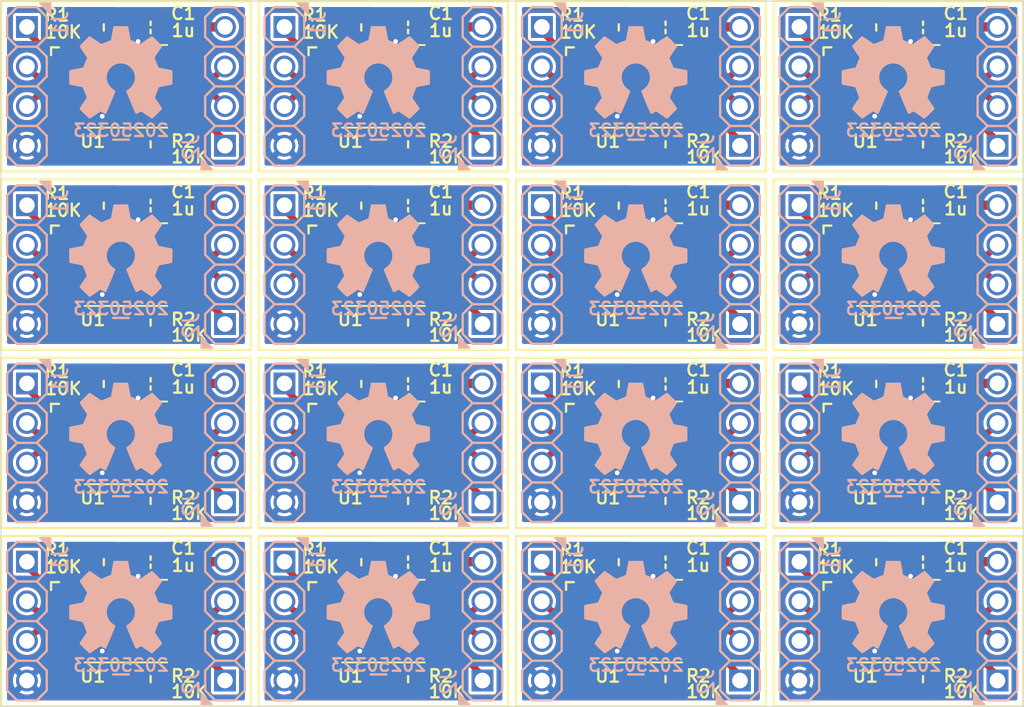
<source format=kicad_pcb>
(kicad_pcb (version 20240108) (generator "pcbnew") (generator_version "8.0")
  (layers (0 "F.Cu" mixed) (31 "B.Cu" mixed) (34 "B.Paste" user) (35 "F.Paste" user) (36 "B.SilkS" user "B.Silkscreen") (37 "F.SilkS" user "F.Silkscreen") (38 "B.Mask" user) (39 "F.Mask" user) (44 "Edge.Cuts" user))
  (net 0 "")
  (net 1 "VCC")
  (net 2 "GND")
  (net 3 "Net-(J1-Pin_1)")
  (net 4 "Net-(J1-Pin_2)")
  (net 5 "Net-(J1-Pin_3)")
  (net 6 "Net-(J2-Pin_3)")
  (net 7 "Net-(J2-Pin_1)")
  (net 8 "Net-(J2-Pin_2)")
  (footprint "SquantorResistor:R_0603_hand" (layer "F.Cu") (at 133.2 63.53)
    (property "Reference" "R1")
    (property "Value" "10K")
  )
  (footprint "SquantorResistor:R_0603_hand" (layer "F.Cu") (at 149.71 52.1)
    (property "Reference" "R1")
    (property "Value" "10K")
  )
  (footprint "SquantorIC:SOIC-8_dual_wide" (layer "F.Cu") (at 184.15 55.88)
    (property "Reference" "U1")
    (property "Value" "25X_8pin_QSPI_flash")
  )
  (footprint "SquantorResistor:R_0603_hand" (layer "F.Cu") (at 136.2 82.46)
    (property "Reference" "R2")
    (property "Value" "10K")
  )
  (footprint "SquantorResistor:R_0603_hand" (layer "F.Cu") (at 185.73 93.89)
    (property "Reference" "R2")
    (property "Value" "10K")
  )
  (footprint "SquantorResistor:R_0603_hand" (layer "F.Cu") (at 182.73 63.53)
    (property "Reference" "R1")
    (property "Value" "10K")
  )
  (footprint "SquantorResistor:R_0603_hand" (layer "F.Cu") (at 133.2 74.96)
    (property "Reference" "R1")
    (property "Value" "10K")
  )
  (footprint "SquantorResistor:R_0603_hand" (layer "F.Cu") (at 185.73 82.46)
    (property "Reference" "R2")
    (property "Value" "10K")
  )
  (footprint "SquantorIC:SOIC-8_dual_wide" (layer "F.Cu") (at 184.15 67.31)
    (property "Reference" "U1")
    (property "Value" "25X_8pin_QSPI_flash")
  )
  (footprint "SquantorCapacitor:C_0603" (layer "F.Cu") (at 136.2 52.1)
    (property "Reference" "C1")
    (property "Value" "1u")
  )
  (footprint "SquantorResistor:R_0603_hand" (layer "F.Cu") (at 169.22 71.03)
    (property "Reference" "R2")
    (property "Value" "10K")
  )
  (footprint "SquantorResistor:R_0603_hand" (layer "F.Cu") (at 182.73 86.39)
    (property "Reference" "R1")
    (property "Value" "10K")
  )
  (footprint "SquantorIC:SOIC-8_dual_wide" (layer "F.Cu") (at 151.13 90.17)
    (property "Reference" "U1")
    (property "Value" "25X_8pin_QSPI_flash")
  )
  (footprint "SquantorCapacitor:C_0603" (layer "F.Cu") (at 185.73 86.39)
    (property "Reference" "C1")
    (property "Value" "1u")
  )
  (footprint "SquantorResistor:R_0603_hand" (layer "F.Cu") (at 136.2 71.03)
    (property "Reference" "R2")
    (property "Value" "10K")
  )
  (footprint "SquantorIC:SOIC-8_dual_wide" (layer "F.Cu") (at 134.62 55.88)
    (property "Reference" "U1")
    (property "Value" "25X_8pin_QSPI_flash")
  )
  (footprint "SquantorIC:SOIC-8_dual_wide" (layer "F.Cu") (at 151.13 67.31)
    (property "Reference" "U1")
    (property "Value" "25X_8pin_QSPI_flash")
  )
  (footprint "SquantorResistor:R_0603_hand" (layer "F.Cu") (at 149.71 86.39)
    (property "Reference" "R1")
    (property "Value" "10K")
  )
  (footprint "SquantorIC:SOIC-8_dual_wide" (layer "F.Cu") (at 151.13 55.88)
    (property "Reference" "U1")
    (property "Value" "25X_8pin_QSPI_flash")
  )
  (footprint "SquantorResistor:R_0603_hand" (layer "F.Cu") (at 166.22 63.53)
    (property "Reference" "R1")
    (property "Value" "10K")
  )
  (footprint "SquantorResistor:R_0603_hand" (layer "F.Cu") (at 152.71 82.46)
    (property "Reference" "R2")
    (property "Value" "10K")
  )
  (footprint "SquantorCapacitor:C_0603" (layer "F.Cu") (at 185.73 52.1)
    (property "Reference" "C1")
    (property "Value" "1u")
  )
  (footprint "SquantorCapacitor:C_0603" (layer "F.Cu") (at 136.2 74.96)
    (property "Reference" "C1")
    (property "Value" "1u")
  )
  (footprint "SquantorIC:SOIC-8_dual_wide" (layer "F.Cu") (at 134.62 78.74)
    (property "Reference" "U1")
    (property "Value" "25X_8pin_QSPI_flash")
  )
  (footprint "SquantorResistor:R_0603_hand" (layer "F.Cu") (at 166.22 74.96)
    (property "Reference" "R1")
    (property "Value" "10K")
  )
  (footprint "SquantorCapacitor:C_0603" (layer "F.Cu") (at 169.22 86.39)
    (property "Reference" "C1")
    (property "Value" "1u")
  )
  (footprint "SquantorCapacitor:C_0603" (layer "F.Cu") (at 169.22 52.1)
    (property "Reference" "C1")
    (property "Value" "1u")
  )
  (footprint "SquantorResistor:R_0603_hand" (layer "F.Cu") (at 149.71 63.53)
    (property "Reference" "R1")
    (property "Value" "10K")
  )
  (footprint "SquantorResistor:R_0603_hand" (layer "F.Cu") (at 169.22 82.46)
    (property "Reference" "R2")
    (property "Value" "10K")
  )
  (footprint "SquantorResistor:R_0603_hand" (layer "F.Cu") (at 166.22 86.39)
    (property "Reference" "R1")
    (property "Value" "10K")
  )
  (footprint "SquantorResistor:R_0603_hand" (layer "F.Cu") (at 152.71 59.6)
    (property "Reference" "R2")
    (property "Value" "10K")
  )
  (footprint "SquantorIC:SOIC-8_dual_wide" (layer "F.Cu") (at 184.15 90.17)
    (property "Reference" "U1")
    (property "Value" "25X_8pin_QSPI_flash")
  )
  (footprint "SquantorIC:SOIC-8_dual_wide" (layer "F.Cu") (at 184.15 78.74)
    (property "Reference" "U1")
    (property "Value" "25X_8pin_QSPI_flash")
  )
  (footprint "SquantorCapacitor:C_0603" (layer "F.Cu") (at 136.2 63.53)
    (property "Reference" "C1")
    (property "Value" "1u")
  )
  (footprint "SquantorIC:SOIC-8_dual_wide" (layer "F.Cu") (at 167.64 55.88)
    (property "Reference" "U1")
    (property "Value" "25X_8pin_QSPI_flash")
  )
  (footprint "SquantorIC:SOIC-8_dual_wide" (layer "F.Cu") (at 134.62 67.31)
    (property "Reference" "U1")
    (property "Value" "25X_8pin_QSPI_flash")
  )
  (footprint "SquantorResistor:R_0603_hand" (layer "F.Cu") (at 169.22 59.6)
    (property "Reference" "R2")
    (property "Value" "10K")
  )
  (footprint "SquantorIC:SOIC-8_dual_wide" (layer "F.Cu") (at 167.64 90.17)
    (property "Reference" "U1")
    (property "Value" "25X_8pin_QSPI_flash")
  )
  (footprint "SquantorCapacitor:C_0603" (layer "F.Cu") (at 185.73 74.96)
    (property "Reference" "C1")
    (property "Value" "1u")
  )
  (footprint "SquantorIC:SOIC-8_dual_wide" (layer "F.Cu") (at 134.62 90.17)
    (property "Reference" "U1")
    (property "Value" "25X_8pin_QSPI_flash")
  )
  (footprint "SquantorCapacitor:C_0603" (layer "F.Cu") (at 152.71 74.96)
    (property "Reference" "C1")
    (property "Value" "1u")
  )
  (footprint "SquantorResistor:R_0603_hand" (layer "F.Cu") (at 136.2 93.89)
    (property "Reference" "R2")
    (property "Value" "10K")
  )
  (footprint "SquantorResistor:R_0603_hand" (layer "F.Cu") (at 166.22 52.1)
    (property "Reference" "R1")
    (property "Value" "10K")
  )
  (footprint "SquantorResistor:R_0603_hand" (layer "F.Cu") (at 182.73 74.96)
    (property "Reference" "R1")
    (property "Value" "10K")
  )
  (footprint "SquantorIC:SOIC-8_dual_wide" (layer "F.Cu") (at 167.64 78.74)
    (property "Reference" "U1")
    (property "Value" "25X_8pin_QSPI_flash")
  )
  (footprint "SquantorResistor:R_0603_hand" (layer "F.Cu") (at 185.73 71.03)
    (property "Reference" "R2")
    (property "Value" "10K")
  )
  (footprint "SquantorResistor:R_0603_hand" (layer "F.Cu") (at 133.2 52.1)
    (property "Reference" "R1")
    (property "Value" "10K")
  )
  (footprint "SquantorResistor:R_0603_hand" (layer "F.Cu") (at 169.22 93.89)
    (property "Reference" "R2")
    (property "Value" "10K")
  )
  (footprint "SquantorResistor:R_0603_hand" (layer "F.Cu") (at 185.73 59.6)
    (property "Reference" "R2")
    (property "Value" "10K")
  )
  (footprint "SquantorResistor:R_0603_hand" (layer "F.Cu") (at 152.71 71.03)
    (property "Reference" "R2")
    (property "Value" "10K")
  )
  (footprint "SquantorCapacitor:C_0603" (layer "F.Cu") (at 152.71 63.53)
    (property "Reference" "C1")
    (property "Value" "1u")
  )
  (footprint "SquantorResistor:R_0603_hand" (layer "F.Cu") (at 133.2 86.39)
    (property "Reference" "R1")
    (property "Value" "10K")
  )
  (footprint "SquantorIC:SOIC-8_dual_wide" (layer "F.Cu") (at 167.64 67.31)
    (property "Reference" "U1")
    (property "Value" "25X_8pin_QSPI_flash")
  )
  (footprint "SquantorResistor:R_0603_hand" (layer "F.Cu") (at 149.71 74.96)
    (property "Reference" "R1")
    (property "Value" "10K")
  )
  (footprint "SquantorCapacitor:C_0603" (layer "F.Cu") (at 169.22 74.96)
    (property "Reference" "C1")
    (property "Value" "1u")
  )
  (footprint "SquantorIC:SOIC-8_dual_wide" (layer "F.Cu") (at 151.13 78.74)
    (property "Reference" "U1")
    (property "Value" "25X_8pin_QSPI_flash")
  )
  (footprint "SquantorCapacitor:C_0603" (layer "F.Cu") (at 136.2 86.39)
    (property "Reference" "C1")
    (property "Value" "1u")
  )
  (footprint "SquantorCapacitor:C_0603" (layer "F.Cu") (at 185.73 63.53)
    (property "Reference" "C1")
    (property "Value" "1u")
  )
  (footprint "SquantorResistor:R_0603_hand" (layer "F.Cu") (at 136.2 59.6)
    (property "Reference" "R2")
    (property "Value" "10K")
  )
  (footprint "SquantorCapacitor:C_0603" (layer "F.Cu") (at 152.71 52.1)
    (property "Reference" "C1")
    (property "Value" "1u")
  )
  (footprint "SquantorCapacitor:C_0603" (layer "F.Cu") (at 169.22 63.53)
    (property "Reference" "C1")
    (property "Value" "1u")
  )
  (footprint "SquantorResistor:R_0603_hand" (layer "F.Cu") (at 182.73 52.1)
    (property "Reference" "R1")
    (property "Value" "10K")
  )
  (footprint "SquantorCapacitor:C_0603" (layer "F.Cu") (at 152.71 86.39)
    (property "Reference" "C1")
    (property "Value" "1u")
  )
  (footprint "SquantorResistor:R_0603_hand" (layer "F.Cu") (at 152.71 93.89)
    (property "Reference" "R2")
    (property "Value" "10K")
  )
  (footprint "SquantorLabels:Label_Generic" (layer "B.Cu") (at 134.3 58.7 180)
    (property "Reference" "N1" (hide yes))
    (property "Value" "20250323")
  )
  (footprint "Symbol:OSHW-Symbol_6.7x6mm_SilkScreen" (layer "B.Cu") (at 134.3 55 180)
    (property "Reference" "N2" (hide yes))
    (property "Value" "OHWLOGO" (hide yes))
  )
  (footprint "SquantorLabels:Label_Generic" (layer "B.Cu") (at 183.83 92.99 180)
    (property "Reference" "N1" (hide yes))
    (property "Value" "20250323")
  )
  (footprint "SquantorConnectors:Header-0254-1X04-H010" (layer "B.Cu") (at 173.99 90.17 90)
    (property "Reference" "J2")
    (property "Value" "Conn_01x04")
  )
  (footprint "SquantorConnectors:Header-0254-1X04-H010" (layer "B.Cu") (at 157.48 78.74 90)
    (property "Reference" "J2")
    (property "Value" "Conn_01x04")
  )
  (footprint "SquantorConnectors:Header-0254-1X04-H010" (layer "B.Cu") (at 157.48 90.17 90)
    (property "Reference" "J2")
    (property "Value" "Conn_01x04")
  )
  (footprint "SquantorLabels:Label_Generic" (layer "B.Cu") (at 134.3 92.99 180)
    (property "Reference" "N1" (hide yes))
    (property "Value" "20250323")
  )
  (footprint "SquantorLabels:Label_Generic" (layer "B.Cu") (at 134.3 70.13 180)
    (property "Reference" "N1" (hide yes))
    (property "Value" "20250323")
  )
  (footprint "SquantorConnectors:Header-0254-1X04-H010" (layer "B.Cu") (at 140.97 90.17 90)
    (property "Reference" "J2")
    (property "Value" "Conn_01x04")
  )
  (footprint "SquantorConnectors:Header-0254-1X04-H010" (layer "B.Cu") (at 177.8 90.17 -90)
    (property "Reference" "J1")
    (property "Value" "Conn_01x04")
  )
  (footprint "SquantorLabels:Label_Generic" (layer "B.Cu") (at 167.32 70.13 180)
    (property "Reference" "N1" (hide yes))
    (property "Value" "20250323")
  )
  (footprint "SquantorConnectors:Header-0254-1X04-H010" (layer "B.Cu") (at 144.78 90.17 -90)
    (property "Reference" "J1")
    (property "Value" "Conn_01x04")
  )
  (footprint "SquantorConnectors:Header-0254-1X04-H010" (layer "B.Cu") (at 128.27 67.31 -90)
    (property "Reference" "J1")
    (property "Value" "Conn_01x04")
  )
  (footprint "Symbol:OSHW-Symbol_6.7x6mm_SilkScreen" (layer "B.Cu") (at 134.3 89.29 180)
    (property "Reference" "N2" (hide yes))
    (property "Value" "OHWLOGO" (hide yes))
  )
  (footprint "SquantorConnectors:Header-0254-1X04-H010" (layer "B.Cu") (at 173.99 55.88 90)
    (property "Reference" "J2")
    (property "Value" "Conn_01x04")
  )
  (footprint "SquantorConnectors:Header-0254-1X04-H010" (layer "B.Cu") (at 177.8 78.74 -90)
    (property "Reference" "J1")
    (property "Value" "Conn_01x04")
  )
  (footprint "Symbol:OSHW-Symbol_6.7x6mm_SilkScreen" (layer "B.Cu") (at 134.3 66.43 180)
    (property "Reference" "N2" (hide yes))
    (property "Value" "OHWLOGO" (hide yes))
  )
  (footprint "Symbol:OSHW-Symbol_6.7x6mm_SilkScreen" (layer "B.Cu") (at 150.81 77.86 180)
    (property "Reference" "N2" (hide yes))
    (property "Value" "OHWLOGO" (hide yes))
  )
  (footprint "SquantorConnectors:Header-0254-1X04-H010" (layer "B.Cu") (at 161.29 90.17 -90)
    (property "Reference" "J1")
    (property "Value" "Conn_01x04")
  )
  (footprint "SquantorLabels:Label_Generic" (layer "B.Cu") (at 183.83 70.13 180)
    (property "Reference" "N1" (hide yes))
    (property "Value" "20250323")
  )
  (footprint "SquantorLabels:Label_Generic" (layer "B.Cu") (at 150.81 58.7 180)
    (property "Reference" "N1" (hide yes))
    (property "Value" "20250323")
  )
  (footprint "Symbol:OSHW-Symbol_6.7x6mm_SilkScreen" (layer "B.Cu") (at 167.32 66.43 180)
    (property "Reference" "N2" (hide yes))
    (property "Value" "OHWLOGO" (hide yes))
  )
  (footprint "SquantorConnectors:Header-0254-1X04-H010" (layer "B.Cu") (at 128.27 55.88 -90)
    (property "Reference" "J1")
    (property "Value" "Conn_01x04")
  )
  (footprint "SquantorLabels:Label_Generic" (layer "B.Cu") (at 150.81 92.99 180)
    (property "Reference" "N1" (hide yes))
    (property "Value" "20250323")
  )
  (footprint "Symbol:OSHW-Symbol_6.7x6mm_SilkScreen" (layer "B.Cu") (at 167.32 89.29 180)
    (property "Reference" "N2" (hide yes))
    (property "Value" "OHWLOGO" (hide yes))
  )
  (footprint "SquantorConnectors:Header-0254-1X04-H010" (layer "B.Cu") (at 161.29 55.88 -90)
    (property "Reference" "J1")
    (property "Value" "Conn_01x04")
  )
  (footprint "SquantorLabels:Label_Generic" (layer "B.Cu") (at 167.32 81.56 180)
    (property "Reference" "N1" (hide yes))
    (property "Value" "20250323")
  )
  (footprint "SquantorConnectors:Header-0254-1X04-H010" (layer "B.Cu") (at 190.5 78.74 90)
    (property "Reference" "J2")
    (property "Value" "Conn_01x04")
  )
  (footprint "SquantorConnectors:Header-0254-1X04-H010" (layer "B.Cu") (at 161.29 78.74 -90)
    (property "Reference" "J1")
    (property "Value" "Conn_01x04")
  )
  (footprint "Symbol:OSHW-Symbol_6.7x6mm_SilkScreen" (layer "B.Cu") (at 150.81 89.29 180)
    (property "Reference" "N2" (hide yes))
    (property "Value" "OHWLOGO" (hide yes))
  )
  (footprint "SquantorLabels:Label_Generic" (layer "B.Cu") (at 183.83 81.56 180)
    (property "Reference" "N1" (hide yes))
    (property "Value" "20250323")
  )
  (footprint "SquantorConnectors:Header-0254-1X04-H010" (layer "B.Cu") (at 173.99 67.31 90)
    (property "Reference" "J2")
    (property "Value" "Conn_01x04")
  )
  (footprint "SquantorConnectors:Header-0254-1X04-H010" (layer "B.Cu") (at 157.48 55.88 90)
    (property "Reference" "J2")
    (property "Value" "Conn_01x04")
  )
  (footprint "SquantorConnectors:Header-0254-1X04-H010" (layer "B.Cu") (at 128.27 90.17 -90)
    (property "Reference" "J1")
    (property "Value" "Conn_01x04")
  )
  (footprint "Symbol:OSHW-Symbol_6.7x6mm_SilkScreen" (layer "B.Cu") (at 183.83 89.29 180)
    (property "Reference" "N2" (hide yes))
    (property "Value" "OHWLOGO" (hide yes))
  )
  (footprint "SquantorLabels:Label_Generic" (layer "B.Cu") (at 150.81 70.13 180)
    (property "Reference" "N1" (hide yes))
    (property "Value" "20250323")
  )
  (footprint "SquantorConnectors:Header-0254-1X04-H010" (layer "B.Cu") (at 190.5 67.31 90)
    (property "Reference" "J2")
    (property "Value" "Conn_01x04")
  )
  (footprint "SquantorLabels:Label_Generic" (layer "B.Cu") (at 183.83 58.7 180)
    (property "Reference" "N1" (hide yes))
    (property "Value" "20250323")
  )
  (footprint "SquantorConnectors:Header-0254-1X04-H010" (layer "B.Cu") (at 161.29 67.31 -90)
    (property "Reference" "J1")
    (property "Value" "Conn_01x04")
  )
  (footprint "SquantorConnectors:Header-0254-1X04-H010" (layer "B.Cu") (at 177.8 55.88 -90)
    (property "Reference" "J1")
    (property "Value" "Conn_01x04")
  )
  (footprint "SquantorConnectors:Header-0254-1X04-H010" (layer "B.Cu") (at 140.97 67.31 90)
    (property "Reference" "J2")
    (property "Value" "Conn_01x04")
  )
  (footprint "SquantorConnectors:Header-0254-1X04-H010" (layer "B.Cu") (at 190.5 90.17 90)
    (property "Reference" "J2")
    (property "Value" "Conn_01x04")
  )
  (footprint "Symbol:OSHW-Symbol_6.7x6mm_SilkScreen" (layer "B.Cu") (at 183.83 66.43 180)
    (property "Reference" "N2" (hide yes))
    (property "Value" "OHWLOGO" (hide yes))
  )
  (footprint "Symbol:OSHW-Symbol_6.7x6mm_SilkScreen" (layer "B.Cu") (at 167.32 55 180)
    (property "Reference" "N2" (hide yes))
    (property "Value" "OHWLOGO" (hide yes))
  )
  (footprint "SquantorLabels:Label_Generic" (layer "B.Cu") (at 167.32 92.99 180)
    (property "Reference" "N1" (hide yes))
    (property "Value" "20250323")
  )
  (footprint "SquantorConnectors:Header-0254-1X04-H010" (layer "B.Cu") (at 144.78 78.74 -90)
    (property "Reference" "J1")
    (property "Value" "Conn_01x04")
  )
  (footprint "SquantorConnectors:Header-0254-1X04-H010" (layer "B.Cu") (at 144.78 67.31 -90)
    (property "Reference" "J1")
    (property "Value" "Conn_01x04")
  )
  (footprint "SquantorConnectors:Header-0254-1X04-H010" (layer "B.Cu") (at 177.8 67.31 -90)
    (property "Reference" "J1")
    (property "Value" "Conn_01x04")
  )
  (footprint "SquantorConnectors:Header-0254-1X04-H010" (layer "B.Cu") (at 140.97 55.88 90)
    (property "Reference" "J2")
    (property "Value" "Conn_01x04")
  )
  (footprint "Symbol:OSHW-Symbol_6.7x6mm_SilkScreen" (layer "B.Cu") (at 150.81 55 180)
    (property "Reference" "N2" (hide yes))
    (property "Value" "OHWLOGO" (hide yes))
  )
  (footprint "SquantorLabels:Label_Generic" (layer "B.Cu") (at 150.81 81.56 180)
    (property "Reference" "N1" (hide yes))
    (property "Value" "20250323")
  )
  (footprint "Symbol:OSHW-Symbol_6.7x6mm_SilkScreen" (layer "B.Cu") (at 167.32 77.86 180)
    (property "Reference" "N2" (hide yes))
    (property "Value" "OHWLOGO" (hide yes))
  )
  (footprint "SquantorConnectors:Header-0254-1X04-H010" (layer "B.Cu") (at 140.97 78.74 90)
    (property "Reference" "J2")
    (property "Value" "Conn_01x04")
  )
  (footprint "SquantorConnectors:Header-0254-1X04-H010" (layer "B.Cu") (at 128.27 78.74 -90)
    (property "Reference" "J1")
    (property "Value" "Conn_01x04")
  )
  (footprint "SquantorLabels:Label_Generic" (layer "B.Cu") (at 134.3 81.56 180)
    (property "Reference" "N1" (hide yes))
    (property "Value" "20250323")
  )
  (footprint "SquantorConnectors:Header-0254-1X04-H010" (layer "B.Cu") (at 173.99 78.74 90)
    (property "Reference" "J2")
    (property "Value" "Conn_01x04")
  )
  (footprint "Symbol:OSHW-Symbol_6.7x6mm_SilkScreen" (layer "B.Cu") (at 183.83 77.86 180)
    (property "Reference" "N2" (hide yes))
    (property "Value" "OHWLOGO" (hide yes))
  )
  (footprint "SquantorConnectors:Header-0254-1X04-H010" (layer "B.Cu") (at 190.5 55.88 90)
    (property "Reference" "J2")
    (property "Value" "Conn_01x04")
  )
  (footprint "SquantorLabels:Label_Generic" (layer "B.Cu") (at 167.32 58.7 180)
    (property "Reference" "N1" (hide yes))
    (property "Value" "20250323")
  )
  (footprint "SquantorConnectors:Header-0254-1X04-H010" (layer "B.Cu") (at 144.78 55.88 -90)
    (property "Reference" "J1")
    (property "Value" "Conn_01x04")
  )
  (footprint "Symbol:OSHW-Symbol_6.7x6mm_SilkScreen" (layer "B.Cu") (at 150.81 66.43 180)
    (property "Reference" "N2" (hide yes))
    (property "Value" "OHWLOGO" (hide yes))
  )
  (footprint "Symbol:OSHW-Symbol_6.7x6mm_SilkScreen" (layer "B.Cu") (at 183.83 55 180)
    (property "Reference" "N2" (hide yes))
    (property "Value" "OHWLOGO" (hide yes))
  )
  (footprint "Symbol:OSHW-Symbol_6.7x6mm_SilkScreen" (layer "B.Cu") (at 134.3 77.86 180)
    (property "Reference" "N2" (hide yes))
    (property "Value" "OHWLOGO" (hide yes))
  )
  (footprint "SquantorConnectors:Header-0254-1X04-H010" (layer "B.Cu") (at 157.48 67.31 90)
    (property "Reference" "J2")
    (property "Value" "Conn_01x04")
  )
  (gr_line (start 192.151 72.771) (end 176.149 72.771) (stroke (width 0.15)) (layer "F.SilkS"))
  (gr_line (start 159.639 84.201) (end 159.639 73.279) (stroke (width 0.15)) (layer "F.SilkS"))
  (gr_line (start 176.149 61.849) (end 192.151 61.849) (stroke (width 0.15)) (layer "F.SilkS"))
  (gr_line (start 159.131 72.771) (end 143.129 72.771) (stroke (width 0.15)) (layer "F.SilkS"))
  (gr_line (start 142.621 95.631) (end 126.619 95.631) (stroke (width 0.15)) (layer "F.SilkS"))
  (gr_line (start 176.149 84.201) (end 176.149 73.279) (stroke (width 0.15)) (layer "F.SilkS"))
  (gr_line (start 176.149 73.279) (end 192.151 73.279) (stroke (width 0.15)) (layer "F.SilkS"))
  (gr_line (start 159.639 72.771) (end 159.639 61.849) (stroke (width 0.15)) (layer "F.SilkS"))
  (gr_line (start 126.619 61.849) (end 142.621 61.849) (stroke (width 0.15)) (layer "F.SilkS"))
  (gr_line (start 143.129 84.709) (end 159.131 84.709) (stroke (width 0.15)) (layer "F.SilkS"))
  (gr_line (start 142.621 84.709) (end 142.621 95.631) (stroke (width 0.15)) (layer "F.SilkS"))
  (gr_line (start 175.641 61.341) (end 159.639 61.341) (stroke (width 0.15)) (layer "F.SilkS"))
  (gr_line (start 176.149 61.341) (end 176.149 50.419) (stroke (width 0.15)) (layer "F.SilkS"))
  (gr_line (start 143.129 61.341) (end 143.129 50.419) (stroke (width 0.15)) (layer "F.SilkS"))
  (gr_line (start 159.131 84.201) (end 143.129 84.201) (stroke (width 0.15)) (layer "F.SilkS"))
  (gr_line (start 192.151 61.849) (end 192.151 72.771) (stroke (width 0.15)) (layer "F.SilkS"))
  (gr_line (start 175.641 84.709) (end 175.641 95.631) (stroke (width 0.15)) (layer "F.SilkS"))
  (gr_line (start 143.129 95.631) (end 143.129 84.709) (stroke (width 0.15)) (layer "F.SilkS"))
  (gr_line (start 142.621 61.341) (end 126.619 61.341) (stroke (width 0.15)) (layer "F.SilkS"))
  (gr_line (start 159.131 61.849) (end 159.131 72.771) (stroke (width 0.15)) (layer "F.SilkS"))
  (gr_line (start 159.639 84.709) (end 175.641 84.709) (stroke (width 0.15)) (layer "F.SilkS"))
  (gr_line (start 192.151 84.709) (end 192.151 95.631) (stroke (width 0.15)) (layer "F.SilkS"))
  (gr_line (start 126.619 72.771) (end 126.619 61.849) (stroke (width 0.15)) (layer "F.SilkS"))
  (gr_line (start 192.151 95.631) (end 176.149 95.631) (stroke (width 0.15)) (layer "F.SilkS"))
  (gr_line (start 142.621 73.279) (end 142.621 84.201) (stroke (width 0.15)) (layer "F.SilkS"))
  (gr_line (start 143.129 61.849) (end 159.131 61.849) (stroke (width 0.15)) (layer "F.SilkS"))
  (gr_line (start 159.131 61.341) (end 143.129 61.341) (stroke (width 0.15)) (layer "F.SilkS"))
  (gr_line (start 176.149 50.419) (end 192.151 50.419) (stroke (width 0.15)) (layer "F.SilkS"))
  (gr_line (start 143.129 73.279) (end 159.131 73.279) (stroke (width 0.15)) (layer "F.SilkS"))
  (gr_line (start 192.151 73.279) (end 192.151 84.201) (stroke (width 0.15)) (layer "F.SilkS"))
  (gr_line (start 175.641 50.419) (end 175.641 61.341) (stroke (width 0.15)) (layer "F.SilkS"))
  (gr_line (start 126.619 50.419) (end 142.621 50.419) (stroke (width 0.15)) (layer "F.SilkS"))
  (gr_line (start 143.129 50.419) (end 159.131 50.419) (stroke (width 0.15)) (layer "F.SilkS"))
  (gr_line (start 192.151 50.419) (end 192.151 61.341) (stroke (width 0.15)) (layer "F.SilkS"))
  (gr_line (start 142.621 72.771) (end 126.619 72.771) (stroke (width 0.15)) (layer "F.SilkS"))
  (gr_line (start 175.641 73.279) (end 175.641 84.201) (stroke (width 0.15)) (layer "F.SilkS"))
  (gr_line (start 142.621 50.419) (end 142.621 61.341) (stroke (width 0.15)) (layer "F.SilkS"))
  (gr_line (start 126.619 95.631) (end 126.619 84.709) (stroke (width 0.15)) (layer "F.SilkS"))
  (gr_line (start 142.621 61.849) (end 142.621 72.771) (stroke (width 0.15)) (layer "F.SilkS"))
  (gr_line (start 143.129 72.771) (end 143.129 61.849) (stroke (width 0.15)) (layer "F.SilkS"))
  (gr_line (start 126.619 84.201) (end 126.619 73.279) (stroke (width 0.15)) (layer "F.SilkS"))
  (gr_line (start 126.619 61.341) (end 126.619 50.419) (stroke (width 0.15)) (layer "F.SilkS"))
  (gr_line (start 159.131 50.419) (end 159.131 61.341) (stroke (width 0.15)) (layer "F.SilkS"))
  (gr_line (start 159.131 95.631) (end 143.129 95.631) (stroke (width 0.15)) (layer "F.SilkS"))
  (gr_line (start 175.641 84.201) (end 159.639 84.201) (stroke (width 0.15)) (layer "F.SilkS"))
  (gr_line (start 192.151 61.341) (end 176.149 61.341) (stroke (width 0.15)) (layer "F.SilkS"))
  (gr_line (start 159.639 61.341) (end 159.639 50.419) (stroke (width 0.15)) (layer "F.SilkS"))
  (gr_line (start 192.151 84.201) (end 176.149 84.201) (stroke (width 0.15)) (layer "F.SilkS"))
  (gr_line (start 159.131 73.279) (end 159.131 84.201) (stroke (width 0.15)) (layer "F.SilkS"))
  (gr_line (start 142.621 84.201) (end 126.619 84.201) (stroke (width 0.15)) (layer "F.SilkS"))
  (gr_line (start 159.639 95.631) (end 159.639 84.709) (stroke (width 0.15)) (layer "F.SilkS"))
  (gr_line (start 176.149 72.771) (end 176.149 61.849) (stroke (width 0.15)) (layer "F.SilkS"))
  (gr_line (start 175.641 72.771) (end 159.639 72.771) (stroke (width 0.15)) (layer "F.SilkS"))
  (gr_line (start 175.641 95.631) (end 159.639 95.631) (stroke (width 0.15)) (layer "F.SilkS"))
  (gr_line (start 143.129 84.201) (end 143.129 73.279) (stroke (width 0.15)) (layer "F.SilkS"))
  (gr_line (start 159.639 61.849) (end 175.641 61.849) (stroke (width 0.15)) (layer "F.SilkS"))
  (gr_line (start 126.619 73.279) (end 142.621 73.279) (stroke (width 0.15)) (layer "F.SilkS"))
  (gr_line (start 159.639 50.419) (end 175.641 50.419) (stroke (width 0.15)) (layer "F.SilkS"))
  (gr_line (start 126.619 84.709) (end 142.621 84.709) (stroke (width 0.15)) (layer "F.SilkS"))
  (gr_line (start 175.641 61.849) (end 175.641 72.771) (stroke (width 0.15)) (layer "F.SilkS"))
  (gr_line (start 159.131 84.709) (end 159.131 95.631) (stroke (width 0.15)) (layer "F.SilkS"))
  (gr_line (start 176.149 95.631) (end 176.149 84.709) (stroke (width 0.15)) (layer "F.SilkS"))
  (gr_line (start 159.639 73.279) (end 175.641 73.279) (stroke (width 0.15)) (layer "F.SilkS"))
  (gr_line (start 176.149 84.709) (end 192.151 84.709) (stroke (width 0.15)) (layer "F.SilkS"))
  (gr_line (start 126.619 50.419) (end 192.151 50.419) (stroke (width 0.05)) (layer "Edge.Cuts"))
  (gr_line (start 192.151 95.631) (end 126.619 95.631) (stroke (width 0.05)) (layer "Edge.Cuts"))
  (gr_line (start 192.151 50.419) (end 192.151 95.631) (stroke (width 0.05)) (layer "Edge.Cuts"))
  (gr_line (start 126.619 95.631) (end 126.619 50.419) (stroke (width 0.05)) (layer "Edge.Cuts"))
  (segment (start 153.46 85.64) (end 153.31 85.49) (width 0.4) (layer "F.Cu") (net 1))
  (segment (start 153.46 52.1) (end 153.46 52.75) (width 0.4) (layer "F.Cu") (net 1))
  (segment (start 136.8 62.63) (end 134.3 62.63) (width 0.4) (layer "F.Cu") (net 1))
  (segment (start 154.38 53.27) (end 154.38 53.975) (width 0.4) (layer "F.Cu") (net 1))
  (segment (start 169.97 63.53) (end 169.97 64.18) (width 0.4) (layer "F.Cu") (net 1))
  (segment (start 157.48 86.36) (end 153.49 86.36) (width 0.6) (layer "F.Cu") (net 1))
  (segment (start 173.99 52.07) (end 170 52.07) (width 0.6) (layer "F.Cu") (net 1))
  (segment (start 157.48 52.07) (end 153.49 52.07) (width 0.6) (layer "F.Cu") (net 1))
  (segment (start 167.32 74.06) (end 167.07 74.31) (width 0.4) (layer "F.Cu") (net 1))
  (segment (start 187.13 53) (end 187.4 53.27) (width 0.4) (layer "F.Cu") (net 1))
  (segment (start 157.48 63.5) (end 153.49 63.5) (width 0.6) (layer "F.Cu") (net 1))
  (segment (start 153.49 86.36) (end 153.46 86.39) (width 0.6) (layer "F.Cu") (net 1))
  (segment (start 190.5 74.93) (end 186.51 74.93) (width 0.6) (layer "F.Cu") (net 1))
  (segment (start 186.73 64.43) (end 187.13 64.43) (width 0.4) (layer "F.Cu") (net 1))
  (segment (start 136.8 85.49) (end 134.3 85.49) (width 0.4) (layer "F.Cu") (net 1))
  (segment (start 167.07 85.74) (end 167.07 86.39) (width 0.4) (layer "F.Cu") (net 1))
  (segment (start 183.83 74.06) (end 183.58 74.31) (width 0.4) (layer "F.Cu") (net 1))
  (segment (start 186.48 86.39) (end 186.48 85.64) (width 0.4) (layer "F.Cu") (net 1))
  (segment (start 140.97 74.93) (end 136.98 74.93) (width 0.6) (layer "F.Cu") (net 1))
  (segment (start 186.48 64.18) (end 186.73 64.43) (width 0.4) (layer "F.Cu") (net 1))
  (segment (start 167.32 51.2) (end 167.07 51.45) (width 0.4) (layer "F.Cu") (net 1))
  (segment (start 169.97 87.04) (end 170.22 87.29) (width 0.4) (layer "F.Cu") (net 1))
  (segment (start 136.95 85.64) (end 136.8 85.49) (width 0.4) (layer "F.Cu") (net 1))
  (segment (start 150.81 85.49) (end 150.56 85.74) (width 0.4) (layer "F.Cu") (net 1))
  (segment (start 136.98 63.5) (end 136.95 63.53) (width 0.6) (layer "F.Cu") (net 1))
  (segment (start 169.97 85.64) (end 169.82 85.49) (width 0.4) (layer "F.Cu") (net 1))
  (segment (start 154.38 87.56) (end 154.38 88.265) (width 0.4) (layer "F.Cu") (net 1))
  (segment (start 153.46 51.35) (end 153.31 51.2) (width 0.4) (layer "F.Cu") (net 1))
  (segment (start 169.82 74.06) (end 167.32 74.06) (width 0.4) (layer "F.Cu") (net 1))
  (segment (start 183.83 85.49) (end 183.58 85.74) (width 0.4) (layer "F.Cu") (net 1))
  (segment (start 173.99 86.36) (end 170 86.36) (width 0.6) (layer "F.Cu") (net 1))
  (segment (start 187.4 76.13) (end 187.4 76.835) (width 0.4) (layer "F.Cu") (net 1))
  (segment (start 187.4 64.7) (end 187.4 65.405) (width 0.4) (layer "F.Cu") (net 1))
  (segment (start 134.05 51.45) (end 134.05 52.1) (width 0.4) (layer "F.Cu") (net 1))
  (segment (start 153.31 74.06) (end 150.81 74.06) (width 0.4) (layer "F.Cu") (net 1))
  (segment (start 150.56 85.74) (end 150.56 86.39) (width 0.4) (layer "F.Cu") (net 1))
  (segment (start 153.46 74.96) (end 153.46 74.21) (width 0.4) (layer "F.Cu") (net 1))
  (segment (start 136.95 86.39) (end 136.95 85.64) (width 0.4) (layer "F.Cu") (net 1))
  (segment (start 134.05 74.31) (end 134.05 74.96) (width 0.4) (layer "F.Cu") (net 1))
  (segment (start 169.97 74.96) (end 169.97 75.61) (width 0.4) (layer "F.Cu") (net 1))
  (segment (start 186.48 74.96) (end 186.48 75.61) (width 0.4) (layer "F.Cu") (net 1))
  (segment (start 154.11 64.43) (end 154.38 64.7) (width 0.4) (layer "F.Cu") (net 1))
  (segment (start 134.05 85.74) (end 134.05 86.39) (width 0.4) (layer "F.Cu") (net 1))
  (segment (start 134.05 62.88) (end 134.05 63.53) (width 0.4) (layer "F.Cu") (net 1))
  (segment (start 170.89 53.27) (end 170.89 53.975) (width 0.4) (layer "F.Cu") (net 1))
  (segment (start 186.48 74.96) (end 186.48 74.21) (width 0.4) (layer "F.Cu") (net 1))
  (segment (start 187.4 53.27) (end 187.4 53.975) (width 0.4) (layer "F.Cu") (net 1))
  (segment (start 167.32 85.49) (end 167.07 85.74) (width 0.4) (layer "F.Cu") (net 1))
  (segment (start 183.83 62.63) (end 183.58 62.88) (width 0.4) (layer "F.Cu") (net 1))
  (segment (start 186.51 74.93) (end 186.48 74.96) (width 0.6) (layer "F.Cu") (net 1))
  (segment (start 186.73 75.86) (end 187.13 75.86) (width 0.4) (layer "F.Cu") (net 1))
  (segment (start 153.46 64.18) (end 153.71 64.43) (width 0.4) (layer "F.Cu") (net 1))
  (segment (start 170.89 87.56) (end 170.89 88.265) (width 0.4) (layer "F.Cu") (net 1))
  (segment (start 187.13 87.29) (end 187.4 87.56) (width 0.4) (layer "F.Cu") (net 1))
  (segment (start 183.58 85.74) (end 183.58 86.39) (width 0.4) (layer "F.Cu") (net 1))
  (segment (start 186.51 63.5) (end 186.48 63.53) (width 0.6) (layer "F.Cu") (net 1))
  (segment (start 137.2 87.29) (end 137.6 87.29) (width 0.4) (layer "F.Cu") (net 1))
  (segment (start 170.62 87.29) (end 170.89 87.56) (width 0.4) (layer "F.Cu") (net 1))
  (segment (start 186.48 74.21) (end 186.33 74.06) (width 0.4) (layer "F.Cu") (net 1))
  (segment (start 153.71 75.86) (end 154.11 75.86) (width 0.4) (layer "F.Cu") (net 1))
  (segment (start 186.48 85.64) (end 186.33 85.49) (width 0.4) (layer "F.Cu") (net 1))
  (segment (start 153.31 85.49) (end 150.81 85.49) (width 0.4) (layer "F.Cu") (net 1))
  (segment (start 153.46 86.39) (end 153.46 87.04) (width 0.4) (layer "F.Cu") (net 1))
  (segment (start 169.82 62.63) (end 167.32 62.63) (width 0.4) (layer "F.Cu") (net 1))
  (segment (start 136.98 52.07) (end 136.95 52.1) (width 0.6) (layer "F.Cu") (net 1))
  (segment (start 170 63.5) (end 169.97 63.53) (width 0.6) (layer "F.Cu") (net 1))
  (segment (start 169.82 51.2) (end 167.32 51.2) (width 0.4) (layer "F.Cu") (net 1))
  (segment (start 190.5 86.36) (end 186.51 86.36) (width 0.6) (layer "F.Cu") (net 1))
  (segment (start 170.89 64.7) (end 170.89 65.405) (width 0.4) (layer "F.Cu") (net 1))
  (segment (start 134.3 62.63) (end 134.05 62.88) (width 0.4) (layer "F.Cu") (net 1))
  (segment (start 136.95 62.78) (end 136.8 62.63) (width 0.4) (layer "F.Cu") (net 1))
  (segment (start 136.95 52.1) (end 136.95 52.75) (width 0.4) (layer "F.Cu") (net 1))
  (segment (start 136.95 64.18) (end 137.2 64.43) (width 0.4) (layer "F.Cu") (net 1))
  (segment (start 150.56 74.31) (end 150.56 74.96) (width 0.4) (layer "F.Cu") (net 1))
  (segment (start 186.33 62.63) (end 183.83 62.63) (width 0.4) (layer "F.Cu") (net 1))
  (segment (start 169.82 85.49) (end 167.32 85.49) (width 0.4) (layer "F.Cu") (net 1))
  (segment (start 153.46 75.61) (end 153.71 75.86) (width 0.4) (layer "F.Cu") (net 1))
  (segment (start 136.95 63.53) (end 136.95 64.18) (width 0.4) (layer "F.Cu") (net 1))
  (segment (start 169.97 86.39) (end 169.97 85.64) (width 0.4) (layer "F.Cu") (net 1))
  (segment (start 190.5 52.07) (end 186.51 52.07) (width 0.6) (layer "F.Cu") (net 1))
  (segment (start 183.58 51.45) (end 183.58 52.1) (width 0.4) (layer "F.Cu") (net 1))
  (segment (start 186.48 51.35) (end 186.33 51.2) (width 0.4) (layer "F.Cu") (net 1))
  (segment (start 169.97 75.61) (end 170.22 75.86) (width 0.4) (layer "F.Cu") (net 1))
  (segment (start 153.49 63.5) (end 153.46 63.53) (width 0.6) (layer "F.Cu") (net 1))
  (segment (start 153.46 63.53) (end 153.46 62.78) (width 0.4) (layer "F.Cu") (net 1))
  (segment (start 140.97 63.5) (end 136.98 63.5) (width 0.6) (layer "F.Cu") (net 1))
  (segment (start 150.56 51.45) (end 150.56 52.1) (width 0.4) (layer "F.Cu") (net 1))
  (segment (start 187.4 87.56) (end 187.4 88.265) (width 0.4) (layer "F.Cu") (net 1))
  (segment (start 137.6 64.43) (end 137.87 64.7) (width 0.4) (layer "F.Cu") (net 1))
  (segment (start 170.62 64.43) (end 170.89 64.7) (width 0.4) (layer "F.Cu") (net 1))
  (segment (start 154.11 87.29) (end 154.38 87.56) (width 0.4) (layer "F.Cu") (net 1))
  (segment (start 170.22 64.43) (end 170.62 64.43) (width 0.4) (layer "F.Cu") (net 1))
  (segment (start 186.51 52.07) (end 186.48 52.1) (width 0.6) (layer "F.Cu") (net 1))
  (segment (start 137.2 75.86) (end 137.6 75.86) (width 0.4) (layer "F.Cu") (net 1))
  (segment (start 183.58 74.31) (end 183.58 74.96) (width 0.4) (layer "F.Cu") (net 1))
  (segment (start 183.58 62.88) (end 183.58 63.53) (width 0.4) (layer "F.Cu") (net 1))
  (segment (start 136.95 63.53) (end 136.95 62.78) (width 0.4) (layer "F.Cu") (net 1))
  (segment (start 134.3 85.49) (end 134.05 85.74) (width 0.4) (layer "F.Cu") (net 1))
  (segment (start 170.22 87.29) (end 170.62 87.29) (width 0.4) (layer "F.Cu") (net 1))
  (segment (start 153.49 52.07) (end 153.46 52.1) (width 0.6) (layer "F.Cu") (net 1))
  (segment (start 136.98 74.93) (end 136.95 74.96) (width 0.6) (layer "F.Cu") (net 1))
  (segment (start 169.97 74.21) (end 169.82 74.06) (width 0.4) (layer "F.Cu") (net 1))
  (segment (start 136.95 87.04) (end 137.2 87.29) (width 0.4) (layer "F.Cu") (net 1))
  (segment (start 136.95 52.75) (end 137.2 53) (width 0.4) (layer "F.Cu") (net 1))
  (segment (start 136.95 86.39) (end 136.95 87.04) (width 0.4) (layer "F.Cu") (net 1))
  (segment (start 140.97 86.36) (end 136.98 86.36) (width 0.6) (layer "F.Cu") (net 1))
  (segment (start 153.46 63.53) (end 153.46 64.18) (width 0.4) (layer "F.Cu") (net 1))
  (segment (start 137.2 64.43) (end 137.6 64.43) (width 0.4) (layer "F.Cu") (net 1))
  (segment (start 134.3 74.06) (end 134.05 74.31) (width 0.4) (layer "F.Cu") (net 1))
  (segment (start 167.32 62.63) (end 167.07 62.88) (width 0.4) (layer "F.Cu") (net 1))
  (segment (start 150.81 62.63) (end 150.56 62.88) (width 0.4) (layer "F.Cu") (net 1))
  (segment (start 173.99 63.5) (end 170 63.5) (width 0.6) (layer "F.Cu") (net 1))
  (segment (start 183.83 51.2) (end 183.58 51.45) (width 0.4) (layer "F.Cu") (net 1))
  (segment (start 167.07 62.88) (end 167.07 63.53) (width 0.4) (layer "F.Cu") (net 1))
  (segment (start 167.07 51.45) (end 167.07 52.1) (width 0.4) (layer "F.Cu") (net 1))
  (segment (start 136.95 75.61) (end 137.2 75.86) (width 0.4) (layer "F.Cu") (net 1))
  (segment (start 154.38 64.7) (end 154.38 65.405) (width 0.4) (layer "F.Cu") (net 1))
  (segment (start 140.97 52.07) (end 136.98 52.07) (width 0.6) (layer "F.Cu") (net 1))
  (segment (start 169.97 62.78) (end 169.82 62.63) (width 0.4) (layer "F.Cu") (net 1))
  (segment (start 170.22 75.86) (end 170.62 75.86) (width 0.4) (layer "F.Cu") (net 1))
  (segment (start 153.46 87.04) (end 153.71 87.29) (width 0.4) (layer "F.Cu") (net 1))
  (segment (start 186.33 74.06) (end 183.83 74.06) (width 0.4) (layer "F.Cu") (net 1))
  (segment (start 134.3 51.2) (end 134.05 51.45) (width 0.4) (layer "F.Cu") (net 1))
  (segment (start 169.97 52.75) (end 170.22 53) (width 0.4) (layer "F.Cu") (net 1))
  (segment (start 173.99 74.93) (end 170 74.93) (width 0.6) (layer "F.Cu") (net 1))
  (segment (start 190.5 63.5) (end 186.51 63.5) (width 0.6) (layer "F.Cu") (net 1))
  (segment (start 186.48 87.04) (end 186.73 87.29) (width 0.4) (layer "F.Cu") (net 1))
  (segment (start 169.97 74.96) (end 169.97 74.21) (width 0.4) (layer "F.Cu") (net 1))
  (segment (start 186.48 63.53) (end 186.48 64.18) (width 0.4) (layer "F.Cu") (net 1))
  (segment (start 154.38 76.13) (end 154.38 76.835) (width 0.4) (layer "F.Cu") (net 1))
  (segment (start 136.95 74.21) (end 136.8 74.06) (width 0.4) (layer "F.Cu") (net 1))
  (segment (start 153.46 74.96) (end 153.46 75.61) (width 0.4) (layer "F.Cu") (net 1))
  (segment (start 186.48 63.53) (end 186.48 62.78) (width 0.4) (layer "F.Cu") (net 1))
  (segment (start 137.87 87.56) (end 137.87 88.265) (width 0.4) (layer "F.Cu") (net 1))
  (segment (start 153.46 74.21) (end 153.31 74.06) (width 0.4) (layer "F.Cu") (net 1))
  (segment (start 153.49 74.93) (end 153.46 74.96) (width 0.6) (layer "F.Cu") (net 1))
  (segment (start 137.6 75.86) (end 137.87 76.13) (width 0.4) (layer "F.Cu") (net 1))
  (segment (start 169.97 52.1) (end 169.97 52.75) (width 0.4) (layer "F.Cu") (net 1))
  (segment (start 137.87 64.7) (end 137.87 65.405) (width 0.4) (layer "F.Cu") (net 1))
  (segment (start 136.8 51.2) (end 134.3 51.2) (width 0.4) (layer "F.Cu") (net 1))
  (segment (start 186.48 52.75) (end 186.73 53) (width 0.4) (layer "F.Cu") (net 1))
  (segment (start 186.33 85.49) (end 183.83 85.49) (width 0.4) (layer "F.Cu") (net 1))
  (segment (start 186.33 51.2) (end 183.83 51.2) (width 0.4) (layer "F.Cu") (net 1))
  (segment (start 153.71 64.43) (end 154.11 64.43) (width 0.4) (layer "F.Cu") (net 1))
  (segment (start 169.97 51.35) (end 169.82 51.2) (width 0.4) (layer "F.Cu") (net 1))
  (segment (start 154.11 53) (end 154.38 53.27) (width 0.4) (layer "F.Cu") (net 1))
  (segment (start 150.81 51.2) (end 150.56 51.45) (width 0.4) (layer "F.Cu") (net 1))
  (segment (start 136.98 86.36) (end 136.95 86.39) (width 0.6) (layer "F.Cu") (net 1))
  (segment (start 137.6 87.29) (end 137.87 87.56) (width 0.4) (layer "F.Cu") (net 1))
  (segment (start 186.73 53) (end 187.13 53) (width 0.4) (layer "F.Cu") (net 1))
  (segment (start 186.48 62.78) (end 186.33 62.63) (width 0.4) (layer "F.Cu") (net 1))
  (segment (start 137.6 53) (end 137.87 53.27) (width 0.4) (layer "F.Cu") (net 1))
  (segment (start 153.46 52.75) (end 153.71 53) (width 0.4) (layer "F.Cu") (net 1))
  (segment (start 153.71 53) (end 154.11 53) (width 0.4) (layer "F.Cu") (net 1))
  (segment (start 170.62 75.86) (end 170.89 76.13) (width 0.4) (layer "F.Cu") (net 1))
  (segment (start 153.46 62.78) (end 153.31 62.63) (width 0.4) (layer "F.Cu") (net 1))
  (segment (start 186.48 52.1) (end 186.48 51.35) (width 0.4) (layer "F.Cu") (net 1))
  (segment (start 170 86.36) (end 169.97 86.39) (width 0.6) (layer "F.Cu") (net 1))
  (segment (start 170.89 76.13) (end 170.89 76.835) (width 0.4) (layer "F.Cu") (net 1))
  (segment (start 169.97 52.1) (end 169.97 51.35) (width 0.4) (layer "F.Cu") (net 1))
  (segment (start 150.81 74.06) (end 150.56 74.31) (width 0.4) (layer "F.Cu") (net 1))
  (segment (start 186.51 86.36) (end 186.48 86.39) (width 0.6) (layer "F.Cu") (net 1))
  (segment (start 137.2 53) (end 137.6 53) (width 0.4) (layer "F.Cu") (net 1))
  (segment (start 136.95 51.35) (end 136.8 51.2) (width 0.4) (layer "F.Cu") (net 1))
  (segment (start 150.56 62.88) (end 150.56 63.53) (width 0.4) (layer "F.Cu") (net 1))
  (segment (start 136.95 74.96) (end 136.95 74.21) (width 0.4) (layer "F.Cu") (net 1))
  (segment (start 136.95 52.1) (end 136.95 51.35) (width 0.4) (layer "F.Cu") (net 1))
  (segment (start 186.48 52.1) (end 186.48 52.75) (width 0.4) (layer "F.Cu") (net 1))
  (segment (start 167.07 74.31) (end 167.07 74.96) (width 0.4) (layer "F.Cu") (net 1))
  (segment (start 153.46 86.39) (end 153.46 85.64) (width 0.4) (layer "F.Cu") (net 1))
  (segment (start 187.13 75.86) (end 187.4 76.13) (width 0.4) (layer "F.Cu") (net 1))
  (segment (start 157.48 74.93) (end 153.49 74.93) (width 0.6) (layer "F.Cu") (net 1))
  (segment (start 153.71 87.29) (end 154.11 87.29) (width 0.4) (layer "F.Cu") (net 1))
  (segment (start 186.73 87.29) (end 187.13 87.29) (width 0.4) (layer "F.Cu") (net 1))
  (segment (start 186.48 86.39) (end 186.48 87.04) (width 0.4) (layer "F.Cu") (net 1))
  (segment (start 137.87 53.27) (end 137.87 53.975) (width 0.4) (layer "F.Cu") (net 1))
  (segment (start 187.13 64.43) (end 187.4 64.7) (width 0.4) (layer "F.Cu") (net 1))
  (segment (start 153.31 51.2) (end 150.81 51.2) (width 0.4) (layer "F.Cu") (net 1))
  (segment (start 136.95 74.96) (end 136.95 75.61) (width 0.4) (layer "F.Cu") (net 1))
  (segment (start 170 74.93) (end 169.97 74.96) (width 0.6) (layer "F.Cu") (net 1))
  (segment (start 170 52.07) (end 169.97 52.1) (width 0.6) (layer "F.Cu") (net 1))
  (segment (start 169.97 64.18) (end 170.22 64.43) (width 0.4) (layer "F.Cu") (net 1))
  (segment (start 169.97 86.39) (end 169.97 87.04) (width 0.4) (layer "F.Cu") (net 1))
  (segment (start 170.62 53) (end 170.89 53.27) (width 0.4) (layer "F.Cu") (net 1))
  (segment (start 169.97 63.53) (end 169.97 62.78) (width 0.4) (layer "F.Cu") (net 1))
  (segment (start 137.87 76.13) (end 137.87 76.835) (width 0.4) (layer "F.Cu") (net 1))
  (segment (start 153.46 52.1) (end 153.46 51.35) (width 0.4) (layer "F.Cu") (net 1))
  (segment (start 136.8 74.06) (end 134.3 74.06) (width 0.4) (layer "F.Cu") (net 1))
  (segment (start 170.22 53) (end 170.62 53) (width 0.4) (layer "F.Cu") (net 1))
  (segment (start 186.48 75.61) (end 186.73 75.86) (width 0.4) (layer "F.Cu") (net 1))
  (segment (start 154.11 75.86) (end 154.38 76.13) (width 0.4) (layer "F.Cu") (net 1))
  (segment (start 153.31 62.63) (end 150.81 62.63) (width 0.4) (layer "F.Cu") (net 1))
  (via (at 166.12 80.66) (size 0.7) (drill 0.3) (layers "F.Cu" "B.Cu") (net 2))
  (via (at 133.1 57.8) (size 0.7) (drill 0.3) (layers "F.Cu" "B.Cu") (net 2))
  (via (at 149.61 80.66) (size 0.7) (drill 0.3) (layers "F.Cu" "B.Cu") (net 2))
  (via (at 184.93 53) (size 0.7) (drill 0.3) (layers "F.Cu" "B.Cu") (net 2))
  (via (at 135.4 75.86) (size 0.7) (drill 0.3) (layers "F.Cu" "B.Cu") (net 2))
  (via (at 135.4 87.29) (size 0.7) (drill 0.3) (layers "F.Cu" "B.Cu") (net 2))
  (via (at 133.1 80.66) (size 0.7) (drill 0.3) (layers "F.Cu" "B.Cu") (net 2))
  (via (at 166.12 69.23) (size 0.7) (drill 0.3) (layers "F.Cu" "B.Cu") (net 2))
  (via (at 149.61 92.09) (size 0.7) (drill 0.3) (layers "F.Cu" "B.Cu") (net 2))
  (via (at 184.93 75.86) (size 0.7) (drill 0.3) (layers "F.Cu" "B.Cu") (net 2))
  (via (at 135.4 64.43) (size 0.7) (drill 0.3) (layers "F.Cu" "B.Cu") (net 2))
  (via (at 182.63 69.23) (size 0.7) (drill 0.3) (layers "F.Cu" "B.Cu") (net 2))
  (via (at 184.93 64.43) (size 0.7) (drill 0.3) (layers "F.Cu" "B.Cu") (net 2))
  (via (at 166.12 57.8) (size 0.7) (drill 0.3) (layers "F.Cu" "B.Cu") (net 2))
  (via (at 149.61 57.8) (size 0.7) (drill 0.3) (layers "F.Cu" "B.Cu") (net 2))
  (via (at 151.91 53) (size 0.7) (drill 0.3) (layers "F.Cu" "B.Cu") (net 2))
  (via (at 182.63 80.66) (size 0.7) (drill 0.3) (layers "F.Cu" "B.Cu") (net 2))
  (via (at 168.42 64.43) (size 0.7) (drill 0.3) (layers "F.Cu" "B.Cu") (net 2))
  (via (at 149.61 69.23) (size 0.7) (drill 0.3) (layers "F.Cu" "B.Cu") (net 2))
  (via (at 151.91 64.43) (size 0.7) (drill 0.3) (layers "F.Cu" "B.Cu") (net 2))
  (via (at 133.1 69.23) (size 0.7) (drill 0.3) (layers "F.Cu" "B.Cu") (net 2))
  (via (at 168.42 53) (size 0.7) (drill 0.3) (layers "F.Cu" "B.Cu") (net 2))
  (via (at 151.91 87.29) (size 0.7) (drill 0.3) (layers "F.Cu" "B.Cu") (net 2))
  (via (at 184.93 87.29) (size 0.7) (drill 0.3) (layers "F.Cu" "B.Cu") (net 2))
  (via (at 182.63 57.8) (size 0.7) (drill 0.3) (layers "F.Cu" "B.Cu") (net 2))
  (via (at 133.1 92.09) (size 0.7) (drill 0.3) (layers "F.Cu" "B.Cu") (net 2))
  (via (at 166.12 92.09) (size 0.7) (drill 0.3) (layers "F.Cu" "B.Cu") (net 2))
  (via (at 151.91 75.86) (size 0.7) (drill 0.3) (layers "F.Cu" "B.Cu") (net 2))
  (via (at 135.4 53) (size 0.7) (drill 0.3) (layers "F.Cu" "B.Cu") (net 2))
  (via (at 168.42 87.29) (size 0.7) (drill 0.3) (layers "F.Cu" "B.Cu") (net 2))
  (via (at 182.63 92.09) (size 0.7) (drill 0.3) (layers "F.Cu" "B.Cu") (net 2))
  (via (at 168.42 75.86) (size 0.7) (drill 0.3) (layers "F.Cu" "B.Cu") (net 2))
  (segment (start 128.27 86.36) (end 128.27 86.66) (width 0.4) (layer "F.Cu") (net 3))
  (segment (start 181.88 65.38) (end 181.88 63.53) (width 0.4) (layer "F.Cu") (net 3))
  (segment (start 162.895 53.975) (end 164.39 53.975) (width 0.4) (layer "F.Cu") (net 3))
  (segment (start 148.86 76.81) (end 148.86 74.96) (width 0.4) (layer "F.Cu") (net 3))
  (segment (start 177.8 75.23) (end 179.405 76.835) (width 0.4) (layer "F.Cu") (net 3))
  (segment (start 144.78 52.07) (end 144.78 52.37) (width 0.4) (layer "F.Cu") (net 3))
  (segment (start 165.345 65.405) (end 165.37 65.38) (width 0.4) (layer "F.Cu") (net 3))
  (segment (start 128.27 52.07) (end 128.27 52.37) (width 0.4) (layer "F.Cu") (net 3))
  (segment (start 177.8 63.5) (end 177.8 63.8) (width 0.4) (layer "F.Cu") (net 3))
  (segment (start 147.88 76.835) (end 148.835 76.835) (width 0.4) (layer "F.Cu") (net 3))
  (segment (start 180.9 53.975) (end 181.855 53.975) (width 0.4) (layer "F.Cu") (net 3))
  (segment (start 148.835 53.975) (end 148.86 53.95) (width 0.4) (layer "F.Cu") (net 3))
  (segment (start 148.835 88.265) (end 148.86 88.24) (width 0.4) (layer "F.Cu") (net 3))
  (segment (start 181.88 53.95) (end 181.88 52.1) (width 0.4) (layer "F.Cu") (net 3))
  (segment (start 165.345 88.265) (end 165.42 88.19) (width 0.4) (layer "F.Cu") (net 3))
  (segment (start 179.405 76.835) (end 180.9 76.835) (width 0.4) (layer "F.Cu") (net 3))
  (segment (start 161.29 52.37) (end 162.895 53.975) (width 0.4) (layer "F.Cu") (net 3))
  (segment (start 165.37 88.24) (end 165.37 86.39) (width 0.4) (layer "F.Cu") (net 3))
  (segment (start 165.345 65.405) (end 165.42 65.33) (width 0.4) (layer "F.Cu") (net 3))
  (segment (start 147.88 53.975) (end 148.835 53.975) (width 0.4) (layer "F.Cu") (net 3))
  (segment (start 132.35 53.95) (end 132.35 52.1) (width 0.4) (layer "F.Cu") (net 3))
  (segment (start 131.37 53.975) (end 132.325 53.975) (width 0.4) (layer "F.Cu") (net 3))
  (segment (start 129.875 76.835) (end 131.37 76.835) (width 0.4) (layer "F.Cu") (net 3))
  (segment (start 144.78 52.37) (end 146.385 53.975) (width 0.4) (layer "F.Cu") (net 3))
  (segment (start 148.835 88.265) (end 148.91 88.19) (width 0.4) (layer "F.Cu") (net 3))
  (segment (start 132.35 76.81) (end 132.35 74.96) (width 0.4) (layer "F.Cu") (net 3))
  (segment (start 164.39 53.975) (end 165.345 53.975) (width 0.4) (layer "F.Cu") (net 3))
  (segment (start 162.895 76.835) (end 164.39 76.835) (width 0.4) (layer "F.Cu") (net 3))
  (segment (start 128.27 63.8) (end 129.875 65.405) (width 0.4) (layer "F.Cu") (net 3))
  (segment (start 165.345 76.835) (end 165.42 76.76) (width 0.4) (layer "F.Cu") (net 3))
  (segment (start 131.37 88.265) (end 132.325 88.265) (width 0.4) (layer "F.Cu") (net 3))
  (segment (start 131.37 76.835) (end 132.325 76.835) (width 0.4) (layer "F.Cu") (net 3))
  (segment (start 148.86 65.38) (end 148.86 63.53) (width 0.4) (layer "F.Cu") (net 3))
  (segment (start 177.8 52.37) (end 179.405 53.975) (width 0.4) (layer "F.Cu") (net 3))
  (segment (start 161.29 86.66) (end 162.895 88.265) (width 0.4) (layer "F.Cu") (net 3))
  (segment (start 165.37 65.38) (end 165.37 63.53) (width 0.4) (layer "F.Cu") (net 3))
  (segment (start 181.88 88.24) (end 181.88 86.39) (width 0.4) (layer "F.Cu") (net 3))
  (segment (start 179.405 88.265) (end 180.9 88.265) (width 0.4) (layer "F.Cu") (net 3))
  (segment (start 161.29 75.23) (end 162.895 76.835) (width 0.4) (layer "F.Cu") (net 3))
  (segment (start 148.835 76.835) (end 148.91 76.76) (width 0.4) (layer "F.Cu") (net 3))
  (segment (start 180.9 76.835) (end 181.855 76.835) (width 0.4) (layer "F.Cu") (net 3))
  (segment (start 144.78 75.23) (end 146.385 76.835) (width 0.4) (layer "F.Cu") (net 3))
  (segment (start 128.27 75.23) (end 129.875 76.835) (width 0.4) (layer "F.Cu") (net 3))
  (segment (start 144.78 63.8) (end 146.385 65.405) (width 0.4) (layer "F.Cu") (net 3))
  (segment (start 144.78 63.5) (end 144.78 63.8) (width 0.4) (layer "F.Cu") (net 3))
  (segment (start 128.27 63.5) (end 128.27 63.8) (width 0.4) (layer "F.Cu") (net 3))
  (segment (start 132.325 76.835) (end 132.4 76.76) (width 0.4) (layer "F.Cu") (net 3))
  (segment (start 165.345 53.975) (end 165.42 53.9) (width 0.4) (layer "F.Cu") (net 3))
  (segment (start 164.39 88.265) (end 165.345 88.265) (width 0.4) (layer "F.Cu") (net 3))
  (segment (start 179.405 65.405) (end 180.9 65.405) (width 0.4) (layer "F.Cu") (net 3))
  (segment (start 181.855 53.975) (end 181.88 53.95) (width 0.4) (layer "F.Cu") (net 3))
  (segment (start 132.325 88.265) (end 132.4 88.19) (width 0.4) (layer "F.Cu") (net 3))
  (segment (start 132.325 65.405) (end 132.35 65.38) (width 0.4) (layer "F.Cu") (net 3))
  (segment (start 177.8 86.66) (end 179.405 88.265) (width 0.4) (layer "F.Cu") (net 3))
  (segment (start 148.835 65.405) (end 148.86 65.38) (width 0.4) (layer "F.Cu") (net 3))
  (segment (start 181.855 88.265) (end 181.93 88.19) (width 0.4) (layer "F.Cu") (net 3))
  (segment (start 144.78 74.93) (end 144.78 75.23) (width 0.4) (layer "F.Cu") (net 3))
  (segment (start 162.895 88.265) (end 164.39 88.265) (width 0.4) (layer "F.Cu") (net 3))
  (segment (start 177.8 74.93) (end 177.8 75.23) (width 0.4) (layer "F.Cu") (net 3))
  (segment (start 165.37 76.81) (end 165.37 74.96) (width 0.4) (layer "F.Cu") (net 3))
  (segment (start 148.86 53.95) (end 148.86 52.1) (width 0.4) (layer "F.Cu") (net 3))
  (segment (start 181.855 76.835) (end 181.88 76.81) (width 0.4) (layer "F.Cu") (net 3))
  (segment (start 132.35 65.38) (end 132.35 63.53) (width 0.4) (layer "F.Cu") (net 3))
  (segment (start 132.325 65.405) (end 132.4 65.33) (width 0.4) (layer "F.Cu") (net 3))
  (segment (start 144.78 86.36) (end 144.78 86.66) (width 0.4) (layer "F.Cu") (net 3))
  (segment (start 181.855 76.835) (end 181.93 76.76) (width 0.4) (layer "F.Cu") (net 3))
  (segment (start 132.325 53.975) (end 132.4 53.9) (width 0.4) (layer "F.Cu") (net 3))
  (segment (start 181.88 76.81) (end 181.88 74.96) (width 0.4) (layer "F.Cu") (net 3))
  (segment (start 128.27 74.93) (end 128.27 75.23) (width 0.4) (layer "F.Cu") (net 3))
  (segment (start 148.835 76.835) (end 148.86 76.81) (width 0.4) (layer "F.Cu") (net 3))
  (segment (start 165.37 53.95) (end 165.37 52.1) (width 0.4) (layer "F.Cu") (net 3))
  (segment (start 181.855 88.265) (end 181.88 88.24) (width 0.4) (layer "F.Cu") (net 3))
  (segment (start 146.385 76.835) (end 147.88 76.835) (width 0.4) (layer "F.Cu") (net 3))
  (segment (start 148.835 65.405) (end 148.91 65.33) (width 0.4) (layer "F.Cu") (net 3))
  (segment (start 181.855 53.975) (end 181.93 53.9) (width 0.4) (layer "F.Cu") (net 3))
  (segment (start 144.78 86.66) (end 146.385 88.265) (width 0.4) (layer "F.Cu") (net 3))
  (segment (start 164.39 65.405) (end 165.345 65.405) (width 0.4) (layer "F.Cu") (net 3))
  (segment (start 148.86 88.24) (end 148.86 86.39) (width 0.4) (layer "F.Cu") (net 3))
  (segment (start 181.855 65.405) (end 181.93 65.33) (width 0.4) (layer "F.Cu") (net 3))
  (segment (start 161.29 74.93) (end 161.29 75.23) (width 0.4) (layer "F.Cu") (net 3))
  (segment (start 161.29 63.5) (end 161.29 63.8) (width 0.4) (layer "F.Cu") (net 3))
  (segment (start 181.855 65.405) (end 181.88 65.38) (width 0.4) (layer "F.Cu") (net 3))
  (segment (start 161.29 63.8) (end 162.895 65.405) (width 0.4) (layer "F.Cu") (net 3))
  (segment (start 147.88 88.265) (end 148.835 88.265) (width 0.4) (layer "F.Cu") (net 3))
  (segment (start 147.88 65.405) (end 148.835 65.405) (width 0.4) (layer "F.Cu") (net 3))
  (segment (start 180.9 65.405) (end 181.855 65.405) (width 0.4) (layer "F.Cu") (net 3))
  (segment (start 165.345 76.835) (end 165.37 76.81) (width 0.4) (layer "F.Cu") (net 3))
  (segment (start 161.29 52.07) (end 161.29 52.37) (width 0.4) (layer "F.Cu") (net 3))
  (segment (start 179.405 53.975) (end 180.9 53.975) (width 0.4) (layer "F.Cu") (net 3))
  (segment (start 162.895 65.405) (end 164.39 65.405) (width 0.4) (layer "F.Cu") (net 3))
  (segment (start 132.325 88.265) (end 132.35 88.24) (width 0.4) (layer "F.Cu") (net 3))
  (segment (start 146.385 88.265) (end 147.88 88.265) (width 0.4) (layer "F.Cu") (net 3))
  (segment (start 164.39 76.835) (end 165.345 76.835) (width 0.4) (layer "F.Cu") (net 3))
  (segment (start 131.37 65.405) (end 132.325 65.405) (width 0.4) (layer "F.Cu") (net 3))
  (segment (start 165.345 88.265) (end 165.37 88.24) (width 0.4) (layer "F.Cu") (net 3))
  (segment (start 129.875 65.405) (end 131.37 65.405) (width 0.4) (layer "F.Cu") (net 3))
  (segment (start 177.8 63.8) (end 179.405 65.405) (width 0.4) (layer "F.Cu") (net 3))
  (segment (start 148.835 53.975) (end 148.91 53.9) (width 0.4) (layer "F.Cu") (net 3))
  (segment (start 177.8 86.36) (end 177.8 86.66) (width 0.4) (layer "F.Cu") (net 3))
  (segment (start 177.8 52.07) (end 177.8 52.37) (width 0.4) (layer "F.Cu") (net 3))
  (segment (start 132.325 76.835) (end 132.35 76.81) (width 0.4) (layer "F.Cu") (net 3))
  (segment (start 129.875 88.265) (end 131.37 88.265) (width 0.4) (layer "F.Cu") (net 3))
  (segment (start 129.875 53.975) (end 131.37 53.975) (width 0.4) (layer "F.Cu") (net 3))
  (segment (start 128.27 86.66) (end 129.875 88.265) (width 0.4) (layer "F.Cu") (net 3))
  (segment (start 165.345 53.975) (end 165.37 53.95) (width 0.4) (layer "F.Cu") (net 3))
  (segment (start 146.385 53.975) (end 147.88 53.975) (width 0.4) (layer "F.Cu") (net 3))
  (segment (start 180.9 88.265) (end 181.855 88.265) (width 0.4) (layer "F.Cu") (net 3))
  (segment (start 161.29 86.36) (end 161.29 86.66) (width 0.4) (layer "F.Cu") (net 3))
  (segment (start 146.385 65.405) (end 147.88 65.405) (width 0.4) (layer "F.Cu") (net 3))
  (segment (start 132.325 53.975) (end 132.35 53.95) (width 0.4) (layer "F.Cu") (net 3))
  (segment (start 132.35 88.24) (end 132.35 86.39) (width 0.4) (layer "F.Cu") (net 3))
  (segment (start 128.27 52.37) (end 129.875 53.975) (width 0.4) (layer "F.Cu") (net 3))
  (segment (start 128.905 89.535) (end 128.27 88.9) (width 0.4) (layer "F.Cu") (net 4))
  (segment (start 161.925 78.105) (end 161.29 77.47) (width 0.4) (layer "F.Cu") (net 4))
  (segment (start 145.415 78.105) (end 144.78 77.47) (width 0.4) (layer "F.Cu") (net 4))
  (segment (start 164.39 55.245) (end 161.925 55.245) (width 0.4) (layer "F.Cu") (net 4))
  (segment (start 145.415 89.535) (end 144.78 88.9) (width 0.4) (layer "F.Cu") (net 4))
  (segment (start 180.9 89.535) (end 178.435 89.535) (width 0.4) (layer "F.Cu") (net 4))
  (segment (start 180.9 66.675) (end 178.435 66.675) (width 0.4) (layer "F.Cu") (net 4))
  (segment (start 178.435 78.105) (end 177.8 77.47) (width 0.4) (layer "F.Cu") (net 4))
  (segment (start 128.905 55.245) (end 128.27 54.61) (width 0.4) (layer "F.Cu") (net 4))
  (segment (start 178.435 55.245) (end 177.8 54.61) (width 0.4) (layer "F.Cu") (net 4))
  (segment (start 164.39 78.105) (end 161.925 78.105) (width 0.4) (layer "F.Cu") (net 4))
  (segment (start 145.415 66.675) (end 144.78 66.04) (width 0.4) (layer "F.Cu") (net 4))
  (segment (start 180.9 55.245) (end 178.435 55.245) (width 0.4) (layer "F.Cu") (net 4))
  (segment (start 147.88 78.105) (end 145.415 78.105) (width 0.4) (layer "F.Cu") (net 4))
  (segment (start 164.39 66.675) (end 161.925 66.675) (width 0.4) (layer "F.Cu") (net 4))
  (segment (start 178.435 89.535) (end 177.8 88.9) (width 0.4) (layer "F.Cu") (net 4))
  (segment (start 147.88 55.245) (end 145.415 55.245) (width 0.4) (layer "F.Cu") (net 4))
  (segment (start 131.37 55.245) (end 128.905 55.245) (width 0.4) (layer "F.Cu") (net 4))
  (segment (start 131.37 89.535) (end 128.905 89.535) (width 0.4) (layer "F.Cu") (net 4))
  (segment (start 178.435 66.675) (end 177.8 66.04) (width 0.4) (layer "F.Cu") (net 4))
  (segment (start 128.905 66.675) (end 128.27 66.04) (width 0.4) (layer "F.Cu") (net 4))
  (segment (start 161.925 66.675) (end 161.29 66.04) (width 0.4) (layer "F.Cu") (net 4))
  (segment (start 164.39 89.535) (end 161.925 89.535) (width 0.4) (layer "F.Cu") (net 4))
  (segment (start 131.37 78.105) (end 128.905 78.105) (width 0.4) (layer "F.Cu") (net 4))
  (segment (start 145.415 55.245) (end 144.78 54.61) (width 0.4) (layer "F.Cu") (net 4))
  (segment (start 161.925 89.535) (end 161.29 88.9) (width 0.4) (layer "F.Cu") (net 4))
  (segment (start 147.88 89.535) (end 145.415 89.535) (width 0.4) (layer "F.Cu") (net 4))
  (segment (start 131.37 66.675) (end 128.905 66.675) (width 0.4) (layer "F.Cu") (net 4))
  (segment (start 180.9 78.105) (end 178.435 78.105) (width 0.4) (layer "F.Cu") (net 4))
  (segment (start 128.905 78.105) (end 128.27 77.47) (width 0.4) (layer "F.Cu") (net 4))
  (segment (start 147.88 66.675) (end 145.415 66.675) (width 0.4) (layer "F.Cu") (net 4))
  (segment (start 161.925 55.245) (end 161.29 54.61) (width 0.4) (layer "F.Cu") (net 4))
  (segment (start 131.37 90.805) (end 128.905 90.805) (width 0.4) (layer "F.Cu") (net 5))
  (segment (start 161.925 67.945) (end 161.29 68.58) (width 0.4) (layer "F.Cu") (net 5))
  (segment (start 161.925 90.805) (end 161.29 91.44) (width 0.4) (layer "F.Cu") (net 5))
  (segment (start 180.9 79.375) (end 178.435 79.375) (width 0.4) (layer "F.Cu") (net 5))
  (segment (start 178.435 79.375) (end 177.8 80.01) (width 0.4) (layer "F.Cu") (net 5))
  (segment (start 131.37 67.945) (end 128.905 67.945) (width 0.4) (layer "F.Cu") (net 5))
  (segment (start 145.415 67.945) (end 144.78 68.58) (width 0.4) (layer "F.Cu") (net 5))
  (segment (start 164.39 67.945) (end 161.925 67.945) (width 0.4) (layer "F.Cu") (net 5))
  (segment (start 180.9 90.805) (end 178.435 90.805) (width 0.4) (layer "F.Cu") (net 5))
  (segment (start 164.39 56.515) (end 161.925 56.515) (width 0.4) (layer "F.Cu") (net 5))
  (segment (start 147.88 79.375) (end 145.415 79.375) (width 0.4) (layer "F.Cu") (net 5))
  (segment (start 164.39 79.375) (end 161.925 79.375) (width 0.4) (layer "F.Cu") (net 5))
  (segment (start 147.88 90.805) (end 145.415 90.805) (width 0.4) (layer "F.Cu") (net 5))
  (segment (start 128.905 79.375) (end 128.27 80.01) (width 0.4) (layer "F.Cu") (net 5))
  (segment (start 131.37 56.515) (end 128.905 56.515) (width 0.4) (layer "F.Cu") (net 5))
  (segment (start 145.415 56.515) (end 144.78 57.15) (width 0.4) (layer "F.Cu") (net 5))
  (segment (start 178.435 90.805) (end 177.8 91.44) (width 0.4) (layer "F.Cu") (net 5))
  (segment (start 178.435 56.515) (end 177.8 57.15) (width 0.4) (layer "F.Cu") (net 5))
  (segment (start 161.925 79.375) (end 161.29 80.01) (width 0.4) (layer "F.Cu") (net 5))
  (segment (start 145.415 79.375) (end 144.78 80.01) (width 0.4) (layer "F.Cu") (net 5))
  (segment (start 161.925 56.515) (end 161.29 57.15) (width 0.4) (layer "F.Cu") (net 5))
  (segment (start 128.905 67.945) (end 128.27 68.58) (width 0.4) (layer "F.Cu") (net 5))
  (segment (start 128.905 90.805) (end 128.27 91.44) (width 0.4) (layer "F.Cu") (net 5))
  (segment (start 131.37 79.375) (end 128.905 79.375) (width 0.4) (layer "F.Cu") (net 5))
  (segment (start 147.88 67.945) (end 145.415 67.945) (width 0.4) (layer "F.Cu") (net 5))
  (segment (start 147.88 56.515) (end 145.415 56.515) (width 0.4) (layer "F.Cu") (net 5))
  (segment (start 164.39 90.805) (end 161.925 90.805) (width 0.4) (layer "F.Cu") (net 5))
  (segment (start 180.9 56.515) (end 178.435 56.515) (width 0.4) (layer "F.Cu") (net 5))
  (segment (start 128.905 56.515) (end 128.27 57.15) (width 0.4) (layer "F.Cu") (net 5))
  (segment (start 178.435 67.945) (end 177.8 68.58) (width 0.4) (layer "F.Cu") (net 5))
  (segment (start 180.9 67.945) (end 178.435 67.945) (width 0.4) (layer "F.Cu") (net 5))
  (segment (start 145.415 90.805) (end 144.78 91.44) (width 0.4) (layer "F.Cu") (net 5))
  (segment (start 187.4 78.105) (end 189.865 78.105) (width 0.4) (layer "F.Cu") (net 6))
  (segment (start 137.87 78.105) (end 140.335 78.105) (width 0.4) (layer "F.Cu") (net 6))
  (segment (start 154.38 66.675) (end 156.845 66.675) (width 0.4) (layer "F.Cu") (net 6))
  (segment (start 170.89 55.245) (end 173.355 55.245) (width 0.4) (layer "F.Cu") (net 6))
  (segment (start 154.38 78.105) (end 156.845 78.105) (width 0.4) (layer "F.Cu") (net 6))
  (segment (start 173.355 78.105) (end 173.99 77.47) (width 0.4) (layer "F.Cu") (net 6))
  (segment (start 156.845 55.245) (end 157.48 54.61) (width 0.4) (layer "F.Cu") (net 6))
  (segment (start 140.335 55.245) (end 140.97 54.61) (width 0.4) (layer "F.Cu") (net 6))
  (segment (start 189.865 78.105) (end 190.5 77.47) (width 0.4) (layer "F.Cu") (net 6))
  (segment (start 140.335 89.535) (end 140.97 88.9) (width 0.4) (layer "F.Cu") (net 6))
  (segment (start 156.845 66.675) (end 157.48 66.04) (width 0.4) (layer "F.Cu") (net 6))
  (segment (start 187.4 55.245) (end 189.865 55.245) (width 0.4) (layer "F.Cu") (net 6))
  (segment (start 173.355 55.245) (end 173.99 54.61) (width 0.4) (layer "F.Cu") (net 6))
  (segment (start 170.89 89.535) (end 173.355 89.535) (width 0.4) (layer "F.Cu") (net 6))
  (segment (start 140.335 66.675) (end 140.97 66.04) (width 0.4) (layer "F.Cu") (net 6))
  (segment (start 189.865 55.245) (end 190.5 54.61) (width 0.4) (layer "F.Cu") (net 6))
  (segment (start 170.89 78.105) (end 173.355 78.105) (width 0.4) (layer "F.Cu") (net 6))
  (segment (start 170.89 66.675) (end 173.355 66.675) (width 0.4) (layer "F.Cu") (net 6))
  (segment (start 154.38 55.245) (end 156.845 55.245) (width 0.4) (layer "F.Cu") (net 6))
  (segment (start 187.4 66.675) (end 189.865 66.675) (width 0.4) (layer "F.Cu") (net 6))
  (segment (start 187.4 89.535) (end 189.865 89.535) (width 0.4) (layer "F.Cu") (net 6))
  (segment (start 189.865 89.535) (end 190.5 88.9) (width 0.4) (layer "F.Cu") (net 6))
  (segment (start 173.355 89.535) (end 173.99 88.9) (width 0.4) (layer "F.Cu") (net 6))
  (segment (start 137.87 89.535) (end 140.335 89.535) (width 0.4) (layer "F.Cu") (net 6))
  (segment (start 173.355 66.675) (end 173.99 66.04) (width 0.4) (layer "F.Cu") (net 6))
  (segment (start 154.38 89.535) (end 156.845 89.535) (width 0.4) (layer "F.Cu") (net 6))
  (segment (start 140.335 78.105) (end 140.97 77.47) (width 0.4) (layer "F.Cu") (net 6))
  (segment (start 156.845 89.535) (end 157.48 88.9) (width 0.4) (layer "F.Cu") (net 6))
  (segment (start 137.87 66.675) (end 140.335 66.675) (width 0.4) (layer "F.Cu") (net 6))
  (segment (start 137.87 55.245) (end 140.335 55.245) (width 0.4) (layer "F.Cu") (net 6))
  (segment (start 189.865 66.675) (end 190.5 66.04) (width 0.4) (layer "F.Cu") (net 6))
  (segment (start 156.845 78.105) (end 157.48 77.47) (width 0.4) (layer "F.Cu") (net 6))
  (segment (start 140.97 93.66) (end 139.385 92.075) (width 0.4) (layer "F.Cu") (net 7))
  (segment (start 188.915 92.075) (end 187.4 92.075) (width 0.4) (layer "F.Cu") (net 7))
  (segment (start 155.895 80.645) (end 154.38 80.645) (width 0.4) (layer "F.Cu") (net 7))
  (segment (start 172.405 80.645) (end 170.89 80.645) (width 0.4) (layer "F.Cu") (net 7))
  (segment (start 173.99 59.69) (end 173.99 59.37) (width 0.4) (layer "F.Cu") (net 7))
  (segment (start 173.99 71.12) (end 173.99 70.8) (width 0.4) (layer "F.Cu") (net 7))
  (segment (start 157.48 59.69) (end 157.48 59.37) (width 0.4) (layer "F.Cu") (net 7))
  (segment (start 157.48 82.55) (end 157.48 82.23) (width 0.4) (layer "F.Cu") (net 7))
  (segment (start 172.405 92.075) (end 170.89 92.075) (width 0.4) (layer "F.Cu") (net 7))
  (segment (start 190.5 71.12) (end 190.5 70.8) (width 0.4) (layer "F.Cu") (net 7))
  (segment (start 140.97 82.55) (end 140.97 82.23) (width 0.4) (layer "F.Cu") (net 7))
  (segment (start 173.99 59.37) (end 172.405 57.785) (width 0.4) (layer "F.Cu") (net 7))
  (segment (start 190.5 70.8) (end 188.915 69.215) (width 0.4) (layer "F.Cu") (net 7))
  (segment (start 157.48 93.66) (end 155.895 92.075) (width 0.4) (layer "F.Cu") (net 7))
  (segment (start 139.385 80.645) (end 137.87 80.645) (width 0.4) (layer "F.Cu") (net 7))
  (segment (start 190.5 59.69) (end 190.5 59.37) (width 0.4) (layer "F.Cu") (net 7))
  (segment (start 190.5 82.55) (end 190.5 82.23) (width 0.4) (layer "F.Cu") (net 7))
  (segment (start 155.895 69.215) (end 154.38 69.215) (width 0.4) (layer "F.Cu") (net 7))
  (segment (start 155.895 57.785) (end 154.38 57.785) (width 0.4) (layer "F.Cu") (net 7))
  (segment (start 139.385 69.215) (end 137.87 69.215) (width 0.4) (layer "F.Cu") (net 7))
  (segment (start 139.385 57.785) (end 137.87 57.785) (width 0.4) (layer "F.Cu") (net 7))
  (segment (start 139.385 92.075) (end 137.87 92.075) (width 0.4) (layer "F.Cu") (net 7))
  (segment (start 140.97 70.8) (end 139.385 69.215) (width 0.4) (layer "F.Cu") (net 7))
  (segment (start 188.915 69.215) (end 187.4 69.215) (width 0.4) (layer "F.Cu") (net 7))
  (segment (start 155.895 92.075) (end 154.38 92.075) (width 0.4) (layer "F.Cu") (net 7))
  (segment (start 173.99 93.66) (end 172.405 92.075) (width 0.4) (layer "F.Cu") (net 7))
  (segment (start 173.99 70.8) (end 172.405 69.215) (width 0.4) (layer "F.Cu") (net 7))
  (segment (start 173.99 82.23) (end 172.405 80.645) (width 0.4) (layer "F.Cu") (net 7))
  (segment (start 140.97 82.23) (end 139.385 80.645) (width 0.4) (layer "F.Cu") (net 7))
  (segment (start 140.97 93.98) (end 140.97 93.66) (width 0.4) (layer "F.Cu") (net 7))
  (segment (start 190.5 82.23) (end 188.915 80.645) (width 0.4) (layer "F.Cu") (net 7))
  (segment (start 140.97 59.69) (end 140.97 59.37) (width 0.4) (layer "F.Cu") (net 7))
  (segment (start 157.48 82.23) (end 155.895 80.645) (width 0.4) (layer "F.Cu") (net 7))
  (segment (start 157.48 93.98) (end 157.48 93.66) (width 0.4) (layer "F.Cu") (net 7))
  (segment (start 190.5 93.66) (end 188.915 92.075) (width 0.4) (layer "F.Cu") (net 7))
  (segment (start 190.5 93.98) (end 190.5 93.66) (width 0.4) (layer "F.Cu") (net 7))
  (segment (start 188.915 80.645) (end 187.4 80.645) (width 0.4) (layer "F.Cu") (net 7))
  (segment (start 157.48 71.12) (end 157.48 70.8) (width 0.4) (layer "F.Cu") (net 7))
  (segment (start 173.99 82.55) (end 173.99 82.23) (width 0.4) (layer "F.Cu") (net 7))
  (segment (start 140.97 71.12) (end 140.97 70.8) (width 0.4) (layer "F.Cu") (net 7))
  (segment (start 172.405 69.215) (end 170.89 69.215) (width 0.4) (layer "F.Cu") (net 7))
  (segment (start 190.5 59.37) (end 188.915 57.785) (width 0.4) (layer "F.Cu") (net 7))
  (segment (start 172.405 57.785) (end 170.89 57.785) (width 0.4) (layer "F.Cu") (net 7))
  (segment (start 173.99 93.98) (end 173.99 93.66) (width 0.4) (layer "F.Cu") (net 7))
  (segment (start 140.97 59.37) (end 139.385 57.785) (width 0.4) (layer "F.Cu") (net 7))
  (segment (start 157.48 59.37) (end 155.895 57.785) (width 0.4) (layer "F.Cu") (net 7))
  (segment (start 157.48 70.8) (end 155.895 69.215) (width 0.4) (layer "F.Cu") (net 7))
  (segment (start 188.915 57.785) (end 187.4 57.785) (width 0.4) (layer "F.Cu") (net 7))
  (segment (start 136.5 70.03) (end 136.9 70.03) (width 0.4) (layer "F.Cu") (net 8))
  (segment (start 169.22 79.56) (end 169.22 81.16) (width 0.4) (layer "F.Cu") (net 8))
  (segment (start 169.405 67.945) (end 169.22 68.13) (width 0.4) (layer "F.Cu") (net 8))
  (segment (start 154.38 79.375) (end 156.845 79.375) (width 0.4) (layer "F.Cu") (net 8))
  (segment (start 136.385 79.375) (end 136.2 79.56) (width 0.4) (layer "F.Cu") (net 8))
  (segment (start 185.73 68.13) (end 185.73 69.73) (width 0.4) (layer "F.Cu") (net 8))
  (segment (start 170.07 58.75) (end 170.07 59.6) (width 0.4) (layer "F.Cu") (net 8))
  (segment (start 154.38 56.515) (end 152.895 56.515) (width 0.4) (layer "F.Cu") (net 8))
  (segment (start 136.5 81.46) (end 136.9 81.46) (width 0.4) (layer "F.Cu") (net 8))
  (segment (start 156.845 79.375) (end 157.48 80.01) (width 0.4) (layer "F.Cu") (net 8))
  (segment (start 185.73 81.16) (end 186.03 81.46) (width 0.4) (layer "F.Cu") (net 8))
  (segment (start 137.05 70.18) (end 137.05 71.03) (width 0.4) (layer "F.Cu") (net 8))
  (segment (start 186.58 58.75) (end 186.58 59.6) (width 0.4) (layer "F.Cu") (net 8))
  (segment (start 137.87 79.375) (end 136.385 79.375) (width 0.4) (layer "F.Cu") (net 8))
  (segment (start 169.22 69.73) (end 169.52 70.03) (width 0.4) (layer "F.Cu") (net 8))
  (segment (start 169.22 81.16) (end 169.52 81.46) (width 0.4) (layer "F.Cu") (net 8))
  (segment (start 189.865 67.945) (end 190.5 68.58) (width 0.4) (layer "F.Cu") (net 8))
  (segment (start 153.56 81.61) (end 153.56 82.46) (width 0.4) (layer "F.Cu") (net 8))
  (segment (start 154.38 79.375) (end 152.895 79.375) (width 0.4) (layer "F.Cu") (net 8))
  (segment (start 170.89 90.805) (end 173.355 90.805) (width 0.4) (layer "F.Cu") (net 8))
  (segment (start 137.87 67.945) (end 136.385 67.945) (width 0.4) (layer "F.Cu") (net 8))
  (segment (start 137.87 90.805) (end 140.335 90.805) (width 0.4) (layer "F.Cu") (net 8))
  (segment (start 186.03 92.89) (end 186.43 92.89) (width 0.4) (layer "F.Cu") (net 8))
  (segment (start 186.58 93.04) (end 186.58 93.89) (width 0.4) (layer "F.Cu") (net 8))
  (segment (start 153.41 92.89) (end 153.56 93.04) (width 0.4) (layer "F.Cu") (net 8))
  (segment (start 170.89 56.515) (end 169.405 56.515) (width 0.4) (layer "F.Cu") (net 8))
  (segment (start 152.71 90.99) (end 152.71 92.59) (width 0.4) (layer "F.Cu") (net 8))
  (segment (start 169.92 92.89) (end 170.07 93.04) (width 0.4) (layer "F.Cu") (net 8))
  (segment (start 153.41 81.46) (end 153.56 81.61) (width 0.4) (layer "F.Cu") (net 8))
  (segment (start 137.87 67.945) (end 140.335 67.945) (width 0.4) (layer "F.Cu") (net 8))
  (segment (start 136.385 67.945) (end 136.2 68.13) (width 0.4) (layer "F.Cu") (net 8))
  (segment (start 136.5 58.6) (end 136.9 58.6) (width 0.4) (layer "F.Cu") (net 8))
  (segment (start 187.4 56.515) (end 189.865 56.515) (width 0.4) (layer "F.Cu") (net 8))
  (segment (start 187.4 90.805) (end 185.915 90.805) (width 0.4) (layer "F.Cu") (net 8))
  (segment (start 189.865 56.515) (end 190.5 57.15) (width 0.4) (layer "F.Cu") (net 8))
  (segment (start 185.73 56.7) (end 185.73 58.3) (width 0.4) (layer "F.Cu") (net 8))
  (segment (start 137.05 58.75) (end 137.05 59.6) (width 0.4) (layer "F.Cu") (net 8))
  (segment (start 140.335 56.515) (end 140.97 57.15) (width 0.4) (layer "F.Cu") (net 8))
  (segment (start 154.38 90.805) (end 156.845 90.805) (width 0.4) (layer "F.Cu") (net 8))
  (segment (start 173.355 90.805) (end 173.99 91.44) (width 0.4) (layer "F.Cu") (net 8))
  (segment (start 185.73 58.3) (end 186.03 58.6) (width 0.4) (layer "F.Cu") (net 8))
  (segment (start 152.71 79.56) (end 152.71 81.16) (width 0.4) (layer "F.Cu") (net 8))
  (segment (start 169.22 58.3) (end 169.52 58.6) (width 0.4) (layer "F.Cu") (net 8))
  (segment (start 153.01 58.6) (end 153.41 58.6) (width 0.4) (layer "F.Cu") (net 8))
  (segment (start 169.22 90.99) (end 169.22 92.59) (width 0.4) (layer "F.Cu") (net 8))
  (segment (start 169.22 56.7) (end 169.22 58.3) (width 0.4) (layer "F.Cu") (net 8))
  (segment (start 136.2 56.7) (end 136.2 58.3) (width 0.4) (layer "F.Cu") (net 8))
  (segment (start 186.43 70.03) (end 186.58 70.18) (width 0.4) (layer "F.Cu") (net 8))
  (segment (start 169.22 68.13) (end 169.22 69.73) (width 0.4) (layer "F.Cu") (net 8))
  (segment (start 153.41 70.03) (end 153.56 70.18) (width 0.4) (layer "F.Cu") (net 8))
  (segment (start 136.5 92.89) (end 136.9 92.89) (width 0.4) (layer "F.Cu") (net 8))
  (segment (start 153.01 92.89) (end 153.41 92.89) (width 0.4) (layer "F.Cu") (net 8))
  (segment (start 189.865 79.375) (end 190.5 80.01) (width 0.4) (layer "F.Cu") (net 8))
  (segment (start 169.52 92.89) (end 169.92 92.89) (width 0.4) (layer "F.Cu") (net 8))
  (segment (start 153.56 70.18) (end 153.56 71.03) (width 0.4) (layer "F.Cu") (net 8))
  (segment (start 136.2 92.59) (end 136.5 92.89) (width 0.4) (layer "F.Cu") (net 8))
  (segment (start 136.2 69.73) (end 136.5 70.03) (width 0.4) (layer "F.Cu") (net 8))
  (segment (start 136.2 68.13) (end 136.2 69.73) (width 0.4) (layer "F.Cu") (net 8))
  (segment (start 152.895 67.945) (end 152.71 68.13) (width 0.4) (layer "F.Cu") (net 8))
  (segment (start 187.4 90.805) (end 189.865 90.805) (width 0.4) (layer "F.Cu") (net 8))
  (segment (start 152.71 92.59) (end 153.01 92.89) (width 0.4) (layer "F.Cu") (net 8))
  (segment (start 152.71 68.13) (end 152.71 69.73) (width 0.4) (layer "F.Cu") (net 8))
  (segment (start 169.405 56.515) (end 169.22 56.7) (width 0.4) (layer "F.Cu") (net 8))
  (segment (start 169.405 90.805) (end 169.22 90.99) (width 0.4) (layer "F.Cu") (net 8))
  (segment (start 187.4 79.375) (end 189.865 79.375) (width 0.4) (layer "F.Cu") (net 8))
  (segment (start 169.52 70.03) (end 169.92 70.03) (width 0.4) (layer "F.Cu") (net 8))
  (segment (start 169.92 81.46) (end 170.07 81.61) (width 0.4) (layer "F.Cu") (net 8))
  (segment (start 186.43 58.6) (end 186.58 58.75) (width 0.4) (layer "F.Cu") (net 8))
  (segment (start 187.4 67.945) (end 189.865 67.945) (width 0.4) (layer "F.Cu") (net 8))
  (segment (start 156.845 56.515) (end 157.48 57.15) (width 0.4) (layer "F.Cu") (net 8))
  (segment (start 152.895 79.375) (end 152.71 79.56) (width 0.4) (layer "F.Cu") (net 8))
  (segment (start 186.03 70.03) (end 186.43 70.03) (width 0.4) (layer "F.Cu") (net 8))
  (segment (start 170.07 81.61) (end 170.07 82.46) (width 0.4) (layer "F.Cu") (net 8))
  (segment (start 169.52 58.6) (end 169.92 58.6) (width 0.4) (layer "F.Cu") (net 8))
  (segment (start 140.335 79.375) (end 140.97 80.01) (width 0.4) (layer "F.Cu") (net 8))
  (segment (start 136.2 79.56) (end 136.2 81.16) (width 0.4) (layer "F.Cu") (net 8))
  (segment (start 136.2 90.99) (end 136.2 92.59) (width 0.4) (layer "F.Cu") (net 8))
  (segment (start 153.56 58.75) (end 153.56 59.6) (width 0.4) (layer "F.Cu") (net 8))
  (segment (start 136.2 58.3) (end 136.5 58.6) (width 0.4) (layer "F.Cu") (net 8))
  (segment (start 152.71 69.73) (end 153.01 70.03) (width 0.4) (layer "F.Cu") (net 8))
  (segment (start 136.9 70.03) (end 137.05 70.18) (width 0.4) (layer "F.Cu") (net 8))
  (segment (start 153.01 70.03) (end 153.41 70.03) (width 0.4) (layer "F.Cu") (net 8))
  (segment (start 185.915 79.375) (end 185.73 79.56) (width 0.4) (layer "F.Cu") (net 8))
  (segment (start 185.73 90.99) (end 185.73 92.59) (width 0.4) (layer "F.Cu") (net 8))
  (segment (start 170.89 90.805) (end 169.405 90.805) (width 0.4) (layer "F.Cu") (net 8))
  (segment (start 185.73 69.73) (end 186.03 70.03) (width 0.4) (layer "F.Cu") (net 8))
  (segment (start 156.845 90.805) (end 157.48 91.44) (width 0.4) (layer "F.Cu") (net 8))
  (segment (start 186.58 70.18) (end 186.58 71.03) (width 0.4) (layer "F.Cu") (net 8))
  (segment (start 140.335 67.945) (end 140.97 68.58) (width 0.4) (layer "F.Cu") (net 8))
  (segment (start 152.71 56.7) (end 152.71 58.3) (width 0.4) (layer "F.Cu") (net 8))
  (segment (start 187.4 56.515) (end 185.915 56.515) (width 0.4) (layer "F.Cu") (net 8))
  (segment (start 136.2 81.16) (end 136.5 81.46) (width 0.4) (layer "F.Cu") (net 8))
  (segment (start 154.38 67.945) (end 152.895 67.945) (width 0.4) (layer "F.Cu") (net 8))
  (segment (start 156.845 67.945) (end 157.48 68.58) (width 0.4) (layer "F.Cu") (net 8))
  (segment (start 154.38 56.515) (end 156.845 56.515) (width 0.4) (layer "F.Cu") (net 8))
  (segment (start 170.89 67.945) (end 169.405 67.945) (width 0.4) (layer "F.Cu") (net 8))
  (segment (start 169.92 70.03) (end 170.07 70.18) (width 0.4) (layer "F.Cu") (net 8))
  (segment (start 154.38 67.945) (end 156.845 67.945) (width 0.4) (layer "F.Cu") (net 8))
  (segment (start 153.56 93.04) (end 153.56 93.89) (width 0.4) (layer "F.Cu") (net 8))
  (segment (start 186.03 58.6) (end 186.43 58.6) (width 0.4) (layer "F.Cu") (net 8))
  (segment (start 170.89 56.515) (end 173.355 56.515) (width 0.4) (layer "F.Cu") (net 8))
  (segment (start 153.01 81.46) (end 153.41 81.46) (width 0.4) (layer "F.Cu") (net 8))
  (segment (start 185.73 92.59) (end 186.03 92.89) (width 0.4) (layer "F.Cu") (net 8))
  (segment (start 185.915 90.805) (end 185.73 90.99) (width 0.4) (layer "F.Cu") (net 8))
  (segment (start 187.4 79.375) (end 185.915 79.375) (width 0.4) (layer "F.Cu") (net 8))
  (segment (start 169.92 58.6) (end 170.07 58.75) (width 0.4) (layer "F.Cu") (net 8))
  (segment (start 137.87 56.515) (end 136.385 56.515) (width 0.4) (layer "F.Cu") (net 8))
  (segment (start 187.4 67.945) (end 185.915 67.945) (width 0.4) (layer "F.Cu") (net 8))
  (segment (start 186.58 81.61) (end 186.58 82.46) (width 0.4) (layer "F.Cu") (net 8))
  (segment (start 137.05 93.04) (end 137.05 93.89) (width 0.4) (layer "F.Cu") (net 8))
  (segment (start 153.41 58.6) (end 153.56 58.75) (width 0.4) (layer "F.Cu") (net 8))
  (segment (start 136.385 56.515) (end 136.2 56.7) (width 0.4) (layer "F.Cu") (net 8))
  (segment (start 186.43 81.46) (end 186.58 81.61) (width 0.4) (layer "F.Cu") (net 8))
  (segment (start 186.03 81.46) (end 186.43 81.46) (width 0.4) (layer "F.Cu") (net 8))
  (segment (start 140.335 90.805) (end 140.97 91.44) (width 0.4) (layer "F.Cu") (net 8))
  (segment (start 185.73 79.56) (end 185.73 81.16) (width 0.4) (layer "F.Cu") (net 8))
  (segment (start 185.915 56.515) (end 185.73 56.7) (width 0.4) (layer "F.Cu") (net 8))
  (segment (start 173.355 67.945) (end 173.99 68.58) (width 0.4) (layer "F.Cu") (net 8))
  (segment (start 152.895 56.515) (end 152.71 56.7) (width 0.4) (layer "F.Cu") (net 8))
  (segment (start 170.89 79.375) (end 173.355 79.375) (width 0.4) (layer "F.Cu") (net 8))
  (segment (start 152.71 58.3) (end 153.01 58.6) (width 0.4) (layer "F.Cu") (net 8))
  (segment (start 137.87 56.515) (end 140.335 56.515) (width 0.4) (layer "F.Cu") (net 8))
  (segment (start 137.05 81.61) (end 137.05 82.46) (width 0.4) (layer "F.Cu") (net 8))
  (segment (start 137.87 90.805) (end 136.385 90.805) (width 0.4) (layer "F.Cu") (net 8))
  (segment (start 136.385 90.805) (end 136.2 90.99) (width 0.4) (layer "F.Cu") (net 8))
  (segment (start 189.865 90.805) (end 190.5 91.44) (width 0.4) (layer "F.Cu") (net 8))
  (segment (start 152.71 81.16) (end 153.01 81.46) (width 0.4) (layer "F.Cu") (net 8))
  (segment (start 170.07 93.04) (end 170.07 93.89) (width 0.4) (layer "F.Cu") (net 8))
  (segment (start 154.38 90.805) (end 152.895 90.805) (width 0.4) (layer "F.Cu") (net 8))
  (segment (start 152.895 90.805) (end 152.71 90.99) (width 0.4) (layer "F.Cu") (net 8))
  (segment (start 173.355 79.375) (end 173.99 80.01) (width 0.4) (layer "F.Cu") (net 8))
  (segment (start 186.43 92.89) (end 186.58 93.04) (width 0.4) (layer "F.Cu") (net 8))
  (segment (start 173.355 56.515) (end 173.99 57.15) (width 0.4) (layer "F.Cu") (net 8))
  (segment (start 169.52 81.46) (end 169.92 81.46) (width 0.4) (layer "F.Cu") (net 8))
  (segment (start 185.915 67.945) (end 185.73 68.13) (width 0.4) (layer "F.Cu") (net 8))
  (segment (start 136.9 58.6) (end 137.05 58.75) (width 0.4) (layer "F.Cu") (net 8))
  (segment (start 137.87 79.375) (end 140.335 79.375) (width 0.4) (layer "F.Cu") (net 8))
  (segment (start 136.9 92.89) (end 137.05 93.04) (width 0.4) (layer "F.Cu") (net 8))
  (segment (start 170.89 79.375) (end 169.405 79.375) (width 0.4) (layer "F.Cu") (net 8))
  (segment (start 136.9 81.46) (end 137.05 81.61) (width 0.4) (layer "F.Cu") (net 8))
  (segment (start 170.07 70.18) (end 170.07 71.03) (width 0.4) (layer "F.Cu") (net 8))
  (segment (start 170.89 67.945) (end 173.355 67.945) (width 0.4) (layer "F.Cu") (net 8))
  (segment (start 169.405 79.375) (end 169.22 79.56) (width 0.4) (layer "F.Cu") (net 8))
  (segment (start 169.22 92.59) (end 169.52 92.89) (width 0.4) (layer "F.Cu") (net 8))
  (zone (net 2) (net_name "GND") (layers "F.Cu" "B.Cu") (connect_pads (clearance 0.2)) (min_thickness 0.2) (fill yes (thermal_gap 0.2) (thermal_bridge_width 0.4))
    (polygon (pts (xy 143.51 62.23) (xy 158.75 62.23) (xy 158.75 72.39) (xy 143.51 72.39)))
  )
  (zone (net 2) (net_name "GND") (layers "F.Cu" "B.Cu") (connect_pads (clearance 0.2)) (min_thickness 0.2) (fill yes (thermal_gap 0.2) (thermal_bridge_width 0.4))
    (polygon (pts (xy 176.53 62.23) (xy 191.77 62.23) (xy 191.77 72.39) (xy 176.53 72.39)))
  )
  (zone (net 2) (net_name "GND") (layers "F.Cu" "B.Cu") (connect_pads (clearance 0.2)) (min_thickness 0.2) (fill yes (thermal_gap 0.2) (thermal_bridge_width 0.4))
    (polygon (pts (xy 143.51 85.09) (xy 158.75 85.09) (xy 158.75 95.25) (xy 143.51 95.25)))
  )
  (zone (net 2) (net_name "GND") (layers "F.Cu" "B.Cu") (connect_pads (clearance 0.2)) (min_thickness 0.2) (fill yes (thermal_gap 0.2) (thermal_bridge_width 0.4))
    (polygon (pts (xy 127 85.09) (xy 142.24 85.09) (xy 142.24 95.25) (xy 127 95.25)))
  )
  (zone (net 2) (net_name "GND") (layers "F.Cu" "B.Cu") (connect_pads (clearance 0.2)) (min_thickness 0.2) (fill yes (thermal_gap 0.2) (thermal_bridge_width 0.4))
    (polygon (pts (xy 127 73.66) (xy 142.24 73.66) (xy 142.24 83.82) (xy 127 83.82)))
  )
  (zone (net 2) (net_name "GND") (layers "F.Cu" "B.Cu") (connect_pads (clearance 0.2)) (min_thickness 0.2) (fill yes (thermal_gap 0.2) (thermal_bridge_width 0.4))
    (polygon (pts (xy 160.02 85.09) (xy 175.26 85.09) (xy 175.26 95.25) (xy 160.02 95.25)))
  )
  (zone (net 2) (net_name "GND") (layers "F.Cu" "B.Cu") (connect_pads (clearance 0.2)) (min_thickness 0.2) (fill yes (thermal_gap 0.2) (thermal_bridge_width 0.4))
    (polygon (pts (xy 160.02 50.8) (xy 175.26 50.8) (xy 175.26 60.96) (xy 160.02 60.96)))
  )
  (zone (net 2) (net_name "GND") (layers "F.Cu" "B.Cu") (connect_pads (clearance 0.2)) (min_thickness 0.2) (fill yes (thermal_gap 0.2) (thermal_bridge_width 0.4))
    (polygon (pts (xy 127 62.23) (xy 142.24 62.23) (xy 142.24 72.39) (xy 127 72.39)))
  )
  (zone (net 2) (net_name "GND") (layers "F.Cu" "B.Cu") (connect_pads (clearance 0.2)) (min_thickness 0.2) (fill yes (thermal_gap 0.2) (thermal_bridge_width 0.4))
    (polygon (pts (xy 127 50.8) (xy 142.24 50.8) (xy 142.24 60.96) (xy 127 60.96)))
  )
  (zone (net 2) (net_name "GND") (layers "F.Cu" "B.Cu") (connect_pads (clearance 0.2)) (min_thickness 0.2) (fill yes (thermal_gap 0.2) (thermal_bridge_width 0.4))
    (polygon (pts (xy 160.02 62.23) (xy 175.26 62.23) (xy 175.26 72.39) (xy 160.02 72.39)))
  )
  (zone (net 2) (net_name "GND") (layers "F.Cu" "B.Cu") (connect_pads (clearance 0.2)) (min_thickness 0.2) (fill yes (thermal_gap 0.2) (thermal_bridge_width 0.4))
    (polygon (pts (xy 176.53 85.09) (xy 191.77 85.09) (xy 191.77 95.25) (xy 176.53 95.25)))
  )
  (zone (net 2) (net_name "GND") (layers "F.Cu" "B.Cu") (connect_pads (clearance 0.2)) (min_thickness 0.2) (fill yes (thermal_gap 0.2) (thermal_bridge_width 0.4))
    (polygon (pts (xy 143.51 50.8) (xy 158.75 50.8) (xy 158.75 60.96) (xy 143.51 60.96)))
  )
  (zone (net 2) (net_name "GND") (layers "F.Cu" "B.Cu") (connect_pads (clearance 0.2)) (min_thickness 0.2) (fill yes (thermal_gap 0.2) (thermal_bridge_width 0.4))
    (polygon (pts (xy 143.51 73.66) (xy 158.75 73.66) (xy 158.75 83.82) (xy 143.51 83.82)))
  )
  (zone (net 2) (net_name "GND") (layers "F.Cu" "B.Cu") (connect_pads (clearance 0.2)) (min_thickness 0.2) (fill yes (thermal_gap 0.2) (thermal_bridge_width 0.4))
    (polygon (pts (xy 176.53 50.8) (xy 191.77 50.8) (xy 191.77 60.96) (xy 176.53 60.96)))
  )
  (zone (net 2) (net_name "GND") (layers "F.Cu" "B.Cu") (connect_pads (clearance 0.2)) (min_thickness 0.2) (fill yes (thermal_gap 0.2) (thermal_bridge_width 0.4))
    (polygon (pts (xy 176.53 73.66) (xy 191.77 73.66) (xy 191.77 83.82) (xy 176.53 83.82)))
  )
  (zone (net 2) (net_name "GND") (layers "F.Cu" "B.Cu") (connect_pads (clearance 0.2)) (min_thickness 0.2) (fill yes (thermal_gap 0.2) (thermal_bridge_width 0.4))
    (polygon (pts (xy 160.02 73.66) (xy 175.26 73.66) (xy 175.26 83.82) (xy 160.02 83.82)))
  )
)
</source>
